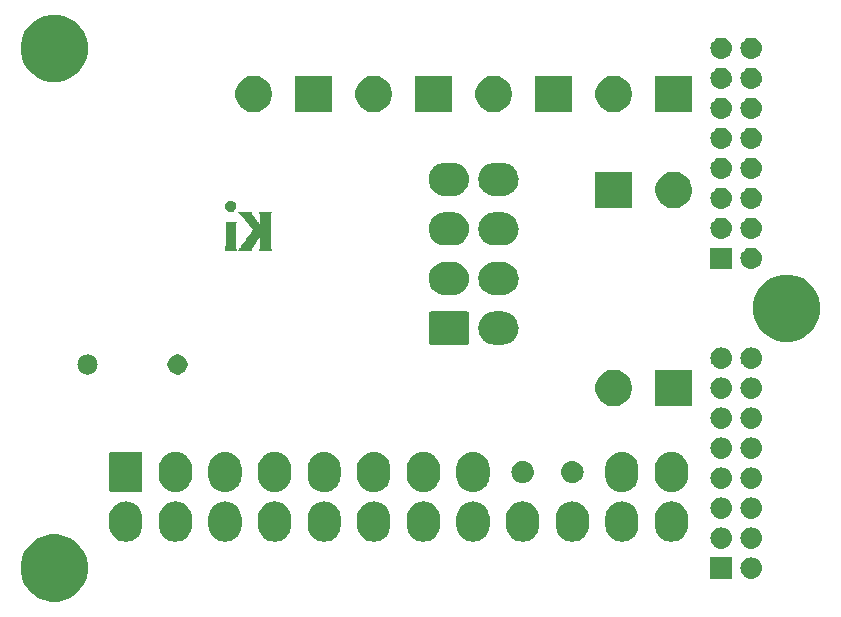
<source format=gbs>
G04 #@! TF.GenerationSoftware,KiCad,Pcbnew,(5.0.2)-1*
G04 #@! TF.CreationDate,2019-10-01T18:53:06+02:00*
G04 #@! TF.ProjectId,EleLab_v2_PowerFeed,456c654c-6162-45f7-9632-5f506f776572,rev?*
G04 #@! TF.SameCoordinates,Original*
G04 #@! TF.FileFunction,Soldermask,Bot*
G04 #@! TF.FilePolarity,Negative*
%FSLAX46Y46*%
G04 Gerber Fmt 4.6, Leading zero omitted, Abs format (unit mm)*
G04 Created by KiCad (PCBNEW (5.0.2)-1) date 01/10/2019 18:53:06*
%MOMM*%
%LPD*%
G01*
G04 APERTURE LIST*
%ADD10C,0.010000*%
%ADD11C,0.100000*%
G04 APERTURE END LIST*
D10*
G04 #@! TO.C,LO_2*
G36*
X149744059Y-95925960D02*
X149626455Y-95992395D01*
X149532977Y-96095045D01*
X149489188Y-96181124D01*
X149458578Y-96319614D01*
X149467679Y-96457591D01*
X149515027Y-96579084D01*
X149527412Y-96597850D01*
X149617851Y-96685408D01*
X149736729Y-96745553D01*
X149869667Y-96775418D01*
X150002287Y-96772134D01*
X150120210Y-96732832D01*
X150140994Y-96720244D01*
X150223263Y-96641394D01*
X150291086Y-96532770D01*
X150333253Y-96415295D01*
X150341600Y-96345799D01*
X150322326Y-96236575D01*
X150271810Y-96122110D01*
X150201018Y-96023158D01*
X150145358Y-95974295D01*
X150013139Y-95913876D01*
X149876163Y-95898776D01*
X149744059Y-95925960D01*
X149744059Y-95925960D01*
G37*
X149744059Y-95925960D02*
X149626455Y-95992395D01*
X149532977Y-96095045D01*
X149489188Y-96181124D01*
X149458578Y-96319614D01*
X149467679Y-96457591D01*
X149515027Y-96579084D01*
X149527412Y-96597850D01*
X149617851Y-96685408D01*
X149736729Y-96745553D01*
X149869667Y-96775418D01*
X150002287Y-96772134D01*
X150120210Y-96732832D01*
X150140994Y-96720244D01*
X150223263Y-96641394D01*
X150291086Y-96532770D01*
X150333253Y-96415295D01*
X150341600Y-96345799D01*
X150322326Y-96236575D01*
X150271810Y-96122110D01*
X150201018Y-96023158D01*
X150145358Y-95974295D01*
X150013139Y-95913876D01*
X149876163Y-95898776D01*
X149744059Y-95925960D01*
G36*
X149503400Y-98792045D02*
X149503179Y-99063528D01*
X149502417Y-99288618D01*
X149500974Y-99471721D01*
X149498706Y-99617240D01*
X149495469Y-99729583D01*
X149491122Y-99813155D01*
X149485520Y-99872359D01*
X149478522Y-99911603D01*
X149469984Y-99935292D01*
X149466108Y-99941395D01*
X149439822Y-99978943D01*
X149429109Y-100007085D01*
X149439290Y-100027174D01*
X149475688Y-100040563D01*
X149543624Y-100048605D01*
X149648422Y-100052653D01*
X149795402Y-100054060D01*
X149909800Y-100054200D01*
X150060082Y-100053515D01*
X150191273Y-100051608D01*
X150295573Y-100048702D01*
X150365181Y-100045017D01*
X150392295Y-100040776D01*
X150392400Y-100040488D01*
X150381845Y-100011454D01*
X150355274Y-99954509D01*
X150341600Y-99927200D01*
X150328734Y-99899760D01*
X150318241Y-99869394D01*
X150309880Y-99830920D01*
X150303409Y-99779155D01*
X150298589Y-99708918D01*
X150295178Y-99615027D01*
X150292935Y-99492301D01*
X150291619Y-99335559D01*
X150290990Y-99139617D01*
X150290805Y-98899296D01*
X150290800Y-98834750D01*
X150291053Y-98577269D01*
X150291929Y-98365749D01*
X150293604Y-98195351D01*
X150296252Y-98061238D01*
X150300050Y-97958571D01*
X150305173Y-97882513D01*
X150311797Y-97828226D01*
X150320097Y-97790872D01*
X150329553Y-97766938D01*
X150368305Y-97692000D01*
X149503400Y-97692000D01*
X149503400Y-98792045D01*
X149503400Y-98792045D01*
G37*
X149503400Y-98792045D02*
X149503179Y-99063528D01*
X149502417Y-99288618D01*
X149500974Y-99471721D01*
X149498706Y-99617240D01*
X149495469Y-99729583D01*
X149491122Y-99813155D01*
X149485520Y-99872359D01*
X149478522Y-99911603D01*
X149469984Y-99935292D01*
X149466108Y-99941395D01*
X149439822Y-99978943D01*
X149429109Y-100007085D01*
X149439290Y-100027174D01*
X149475688Y-100040563D01*
X149543624Y-100048605D01*
X149648422Y-100052653D01*
X149795402Y-100054060D01*
X149909800Y-100054200D01*
X150060082Y-100053515D01*
X150191273Y-100051608D01*
X150295573Y-100048702D01*
X150365181Y-100045017D01*
X150392295Y-100040776D01*
X150392400Y-100040488D01*
X150381845Y-100011454D01*
X150355274Y-99954509D01*
X150341600Y-99927200D01*
X150328734Y-99899760D01*
X150318241Y-99869394D01*
X150309880Y-99830920D01*
X150303409Y-99779155D01*
X150298589Y-99708918D01*
X150295178Y-99615027D01*
X150292935Y-99492301D01*
X150291619Y-99335559D01*
X150290990Y-99139617D01*
X150290805Y-98899296D01*
X150290800Y-98834750D01*
X150291053Y-98577269D01*
X150291929Y-98365749D01*
X150293604Y-98195351D01*
X150296252Y-98061238D01*
X150300050Y-97958571D01*
X150305173Y-97882513D01*
X150311797Y-97828226D01*
X150320097Y-97790872D01*
X150329553Y-97766938D01*
X150368305Y-97692000D01*
X149503400Y-97692000D01*
X149503400Y-98792045D01*
G36*
X151086253Y-96828400D02*
X150540941Y-96828400D01*
X150739721Y-97029787D01*
X151069429Y-97392691D01*
X151283849Y-97666815D01*
X151362297Y-97770400D01*
X151456856Y-97890529D01*
X151556950Y-98014202D01*
X151652002Y-98128419D01*
X151731434Y-98220181D01*
X151756532Y-98247760D01*
X151837964Y-98335212D01*
X151768006Y-98426356D01*
X151632564Y-98615604D01*
X151545022Y-98755050D01*
X151490152Y-98837286D01*
X151428876Y-98916612D01*
X151423727Y-98922607D01*
X151354778Y-99005581D01*
X151274253Y-99108137D01*
X151191058Y-99218288D01*
X151114098Y-99324047D01*
X151052281Y-99413425D01*
X151016624Y-99470547D01*
X150981543Y-99523596D01*
X150923014Y-99602062D01*
X150851180Y-99693252D01*
X150776185Y-99784472D01*
X150708172Y-99863032D01*
X150671800Y-99902020D01*
X150647911Y-99928081D01*
X150605637Y-99975406D01*
X150597523Y-99984570D01*
X150535945Y-100054200D01*
X151662400Y-100054200D01*
X151662400Y-99975923D01*
X151679163Y-99899395D01*
X151726393Y-99794149D01*
X151799507Y-99668239D01*
X151893919Y-99529716D01*
X151981458Y-99415533D01*
X152052732Y-99323313D01*
X152118053Y-99232269D01*
X152165223Y-99159535D01*
X152171329Y-99148833D01*
X152211371Y-99082434D01*
X152246658Y-99034284D01*
X152255301Y-99025500D01*
X152289862Y-98986816D01*
X152330085Y-98930250D01*
X152367774Y-98882093D01*
X152398285Y-98860487D01*
X152399586Y-98860400D01*
X152408462Y-98885091D01*
X152415582Y-98956381D01*
X152420736Y-99070092D01*
X152423717Y-99222044D01*
X152424400Y-99356961D01*
X152423716Y-99536263D01*
X152421305Y-99672270D01*
X152416625Y-99772475D01*
X152409137Y-99844369D01*
X152398302Y-99895443D01*
X152383579Y-99933188D01*
X152382756Y-99934811D01*
X152347283Y-99994491D01*
X152315777Y-100032618D01*
X152312906Y-100034761D01*
X152328403Y-100040323D01*
X152387753Y-100045262D01*
X152484014Y-100049312D01*
X152610241Y-100052207D01*
X152759489Y-100053682D01*
X152811206Y-100053811D01*
X153337711Y-100054200D01*
X153308032Y-99984350D01*
X153279859Y-99925758D01*
X153257776Y-99890370D01*
X153253943Y-99861142D01*
X153250343Y-99785781D01*
X153247041Y-99668951D01*
X153244104Y-99515317D01*
X153241601Y-99329546D01*
X153239596Y-99116302D01*
X153238158Y-98880251D01*
X153237353Y-98626059D01*
X153237201Y-98454290D01*
X153237259Y-98150311D01*
X153237530Y-97892912D01*
X153238154Y-97677874D01*
X153239274Y-97500978D01*
X153241031Y-97358004D01*
X153243567Y-97244733D01*
X153247024Y-97156945D01*
X153251543Y-97090421D01*
X153257267Y-97040941D01*
X153264338Y-97004286D01*
X153272896Y-96976237D01*
X153283084Y-96952574D01*
X153288001Y-96942699D01*
X153318756Y-96880869D01*
X153336810Y-96841660D01*
X153338801Y-96835729D01*
X153314665Y-96833507D01*
X153247312Y-96831556D01*
X153144328Y-96829984D01*
X153013294Y-96828901D01*
X152861795Y-96828415D01*
X152828083Y-96828400D01*
X152654940Y-96828664D01*
X152526371Y-96829831D01*
X152436154Y-96832464D01*
X152378063Y-96837123D01*
X152345876Y-96844372D01*
X152333368Y-96854772D01*
X152334314Y-96868885D01*
X152335836Y-96872850D01*
X152369195Y-96961673D01*
X152393261Y-97050181D01*
X152409420Y-97149141D01*
X152419058Y-97269321D01*
X152423560Y-97421488D01*
X152424400Y-97561088D01*
X152424401Y-97980904D01*
X152348201Y-97907900D01*
X152300587Y-97857557D01*
X152274006Y-97820278D01*
X152272000Y-97813483D01*
X152256863Y-97787550D01*
X152217372Y-97734128D01*
X152162412Y-97664145D01*
X152100868Y-97588529D01*
X152041623Y-97518209D01*
X151993561Y-97464114D01*
X151966761Y-97438000D01*
X151944439Y-97410734D01*
X151906064Y-97354630D01*
X151878198Y-97311000D01*
X151819995Y-97223298D01*
X151757049Y-97136698D01*
X151734701Y-97108362D01*
X151689987Y-97041736D01*
X151664592Y-96980643D01*
X151662400Y-96964390D01*
X151661878Y-96920677D01*
X151656209Y-96887502D01*
X151639238Y-96863412D01*
X151604811Y-96846955D01*
X151546774Y-96836677D01*
X151458972Y-96831127D01*
X151335250Y-96828851D01*
X151169455Y-96828396D01*
X151086253Y-96828400D01*
X151086253Y-96828400D01*
G37*
X151086253Y-96828400D02*
X150540941Y-96828400D01*
X150739721Y-97029787D01*
X151069429Y-97392691D01*
X151283849Y-97666815D01*
X151362297Y-97770400D01*
X151456856Y-97890529D01*
X151556950Y-98014202D01*
X151652002Y-98128419D01*
X151731434Y-98220181D01*
X151756532Y-98247760D01*
X151837964Y-98335212D01*
X151768006Y-98426356D01*
X151632564Y-98615604D01*
X151545022Y-98755050D01*
X151490152Y-98837286D01*
X151428876Y-98916612D01*
X151423727Y-98922607D01*
X151354778Y-99005581D01*
X151274253Y-99108137D01*
X151191058Y-99218288D01*
X151114098Y-99324047D01*
X151052281Y-99413425D01*
X151016624Y-99470547D01*
X150981543Y-99523596D01*
X150923014Y-99602062D01*
X150851180Y-99693252D01*
X150776185Y-99784472D01*
X150708172Y-99863032D01*
X150671800Y-99902020D01*
X150647911Y-99928081D01*
X150605637Y-99975406D01*
X150597523Y-99984570D01*
X150535945Y-100054200D01*
X151662400Y-100054200D01*
X151662400Y-99975923D01*
X151679163Y-99899395D01*
X151726393Y-99794149D01*
X151799507Y-99668239D01*
X151893919Y-99529716D01*
X151981458Y-99415533D01*
X152052732Y-99323313D01*
X152118053Y-99232269D01*
X152165223Y-99159535D01*
X152171329Y-99148833D01*
X152211371Y-99082434D01*
X152246658Y-99034284D01*
X152255301Y-99025500D01*
X152289862Y-98986816D01*
X152330085Y-98930250D01*
X152367774Y-98882093D01*
X152398285Y-98860487D01*
X152399586Y-98860400D01*
X152408462Y-98885091D01*
X152415582Y-98956381D01*
X152420736Y-99070092D01*
X152423717Y-99222044D01*
X152424400Y-99356961D01*
X152423716Y-99536263D01*
X152421305Y-99672270D01*
X152416625Y-99772475D01*
X152409137Y-99844369D01*
X152398302Y-99895443D01*
X152383579Y-99933188D01*
X152382756Y-99934811D01*
X152347283Y-99994491D01*
X152315777Y-100032618D01*
X152312906Y-100034761D01*
X152328403Y-100040323D01*
X152387753Y-100045262D01*
X152484014Y-100049312D01*
X152610241Y-100052207D01*
X152759489Y-100053682D01*
X152811206Y-100053811D01*
X153337711Y-100054200D01*
X153308032Y-99984350D01*
X153279859Y-99925758D01*
X153257776Y-99890370D01*
X153253943Y-99861142D01*
X153250343Y-99785781D01*
X153247041Y-99668951D01*
X153244104Y-99515317D01*
X153241601Y-99329546D01*
X153239596Y-99116302D01*
X153238158Y-98880251D01*
X153237353Y-98626059D01*
X153237201Y-98454290D01*
X153237259Y-98150311D01*
X153237530Y-97892912D01*
X153238154Y-97677874D01*
X153239274Y-97500978D01*
X153241031Y-97358004D01*
X153243567Y-97244733D01*
X153247024Y-97156945D01*
X153251543Y-97090421D01*
X153257267Y-97040941D01*
X153264338Y-97004286D01*
X153272896Y-96976237D01*
X153283084Y-96952574D01*
X153288001Y-96942699D01*
X153318756Y-96880869D01*
X153336810Y-96841660D01*
X153338801Y-96835729D01*
X153314665Y-96833507D01*
X153247312Y-96831556D01*
X153144328Y-96829984D01*
X153013294Y-96828901D01*
X152861795Y-96828415D01*
X152828083Y-96828400D01*
X152654940Y-96828664D01*
X152526371Y-96829831D01*
X152436154Y-96832464D01*
X152378063Y-96837123D01*
X152345876Y-96844372D01*
X152333368Y-96854772D01*
X152334314Y-96868885D01*
X152335836Y-96872850D01*
X152369195Y-96961673D01*
X152393261Y-97050181D01*
X152409420Y-97149141D01*
X152419058Y-97269321D01*
X152423560Y-97421488D01*
X152424400Y-97561088D01*
X152424401Y-97980904D01*
X152348201Y-97907900D01*
X152300587Y-97857557D01*
X152274006Y-97820278D01*
X152272000Y-97813483D01*
X152256863Y-97787550D01*
X152217372Y-97734128D01*
X152162412Y-97664145D01*
X152100868Y-97588529D01*
X152041623Y-97518209D01*
X151993561Y-97464114D01*
X151966761Y-97438000D01*
X151944439Y-97410734D01*
X151906064Y-97354630D01*
X151878198Y-97311000D01*
X151819995Y-97223298D01*
X151757049Y-97136698D01*
X151734701Y-97108362D01*
X151689987Y-97041736D01*
X151664592Y-96980643D01*
X151662400Y-96964390D01*
X151661878Y-96920677D01*
X151656209Y-96887502D01*
X151639238Y-96863412D01*
X151604811Y-96846955D01*
X151546774Y-96836677D01*
X151458972Y-96831127D01*
X151335250Y-96828851D01*
X151169455Y-96828396D01*
X151086253Y-96828400D01*
D11*
G36*
X135831312Y-124259523D02*
X136349982Y-124474363D01*
X136816772Y-124786262D01*
X137213738Y-125183228D01*
X137525637Y-125650018D01*
X137740477Y-126168688D01*
X137850000Y-126719298D01*
X137850000Y-127280702D01*
X137740477Y-127831312D01*
X137525637Y-128349982D01*
X137213738Y-128816772D01*
X136816772Y-129213738D01*
X136349982Y-129525637D01*
X135831312Y-129740477D01*
X135280702Y-129850000D01*
X134719298Y-129850000D01*
X134168688Y-129740477D01*
X133650018Y-129525637D01*
X133183228Y-129213738D01*
X132786262Y-128816772D01*
X132474363Y-128349982D01*
X132259523Y-127831312D01*
X132150000Y-127280702D01*
X132150000Y-126719298D01*
X132259523Y-126168688D01*
X132474363Y-125650018D01*
X132786262Y-125183228D01*
X133183228Y-124786262D01*
X133650018Y-124474363D01*
X134168688Y-124259523D01*
X134719298Y-124150000D01*
X135280702Y-124150000D01*
X135831312Y-124259523D01*
X135831312Y-124259523D01*
G37*
G36*
X194110443Y-126105519D02*
X194176627Y-126112037D01*
X194289853Y-126146384D01*
X194346467Y-126163557D01*
X194485087Y-126237652D01*
X194502991Y-126247222D01*
X194538729Y-126276552D01*
X194640186Y-126359814D01*
X194723448Y-126461271D01*
X194752778Y-126497009D01*
X194752779Y-126497011D01*
X194836443Y-126653533D01*
X194836443Y-126653534D01*
X194887963Y-126823373D01*
X194905359Y-127000000D01*
X194887963Y-127176627D01*
X194856393Y-127280701D01*
X194836443Y-127346467D01*
X194762348Y-127485087D01*
X194752778Y-127502991D01*
X194723448Y-127538729D01*
X194640186Y-127640186D01*
X194538729Y-127723448D01*
X194502991Y-127752778D01*
X194502989Y-127752779D01*
X194346467Y-127836443D01*
X194289853Y-127853616D01*
X194176627Y-127887963D01*
X194110442Y-127894482D01*
X194044260Y-127901000D01*
X193955740Y-127901000D01*
X193889558Y-127894482D01*
X193823373Y-127887963D01*
X193710147Y-127853616D01*
X193653533Y-127836443D01*
X193497011Y-127752779D01*
X193497009Y-127752778D01*
X193461271Y-127723448D01*
X193359814Y-127640186D01*
X193276552Y-127538729D01*
X193247222Y-127502991D01*
X193237652Y-127485087D01*
X193163557Y-127346467D01*
X193143607Y-127280701D01*
X193112037Y-127176627D01*
X193094641Y-127000000D01*
X193112037Y-126823373D01*
X193163557Y-126653534D01*
X193163557Y-126653533D01*
X193247221Y-126497011D01*
X193247222Y-126497009D01*
X193276552Y-126461271D01*
X193359814Y-126359814D01*
X193461271Y-126276552D01*
X193497009Y-126247222D01*
X193514913Y-126237652D01*
X193653533Y-126163557D01*
X193710147Y-126146384D01*
X193823373Y-126112037D01*
X193889557Y-126105519D01*
X193955740Y-126099000D01*
X194044260Y-126099000D01*
X194110443Y-126105519D01*
X194110443Y-126105519D01*
G37*
G36*
X192361000Y-127901000D02*
X190559000Y-127901000D01*
X190559000Y-126099000D01*
X192361000Y-126099000D01*
X192361000Y-127901000D01*
X192361000Y-127901000D01*
G37*
G36*
X194110442Y-123565518D02*
X194176627Y-123572037D01*
X194289853Y-123606384D01*
X194346467Y-123623557D01*
X194485087Y-123697652D01*
X194502991Y-123707222D01*
X194538729Y-123736552D01*
X194640186Y-123819814D01*
X194714800Y-123910733D01*
X194752778Y-123957009D01*
X194752779Y-123957011D01*
X194836443Y-124113533D01*
X194836443Y-124113534D01*
X194887963Y-124283373D01*
X194905359Y-124460000D01*
X194887963Y-124636627D01*
X194853616Y-124749853D01*
X194836443Y-124806467D01*
X194762348Y-124945087D01*
X194752778Y-124962991D01*
X194723448Y-124998729D01*
X194640186Y-125100186D01*
X194538998Y-125183228D01*
X194502991Y-125212778D01*
X194502989Y-125212779D01*
X194346467Y-125296443D01*
X194289853Y-125313616D01*
X194176627Y-125347963D01*
X194110442Y-125354482D01*
X194044260Y-125361000D01*
X193955740Y-125361000D01*
X193889558Y-125354482D01*
X193823373Y-125347963D01*
X193710147Y-125313616D01*
X193653533Y-125296443D01*
X193497011Y-125212779D01*
X193497009Y-125212778D01*
X193461002Y-125183228D01*
X193359814Y-125100186D01*
X193276552Y-124998729D01*
X193247222Y-124962991D01*
X193237652Y-124945087D01*
X193163557Y-124806467D01*
X193146384Y-124749853D01*
X193112037Y-124636627D01*
X193094641Y-124460000D01*
X193112037Y-124283373D01*
X193163557Y-124113534D01*
X193163557Y-124113533D01*
X193247221Y-123957011D01*
X193247222Y-123957009D01*
X193285200Y-123910733D01*
X193359814Y-123819814D01*
X193461271Y-123736552D01*
X193497009Y-123707222D01*
X193514913Y-123697652D01*
X193653533Y-123623557D01*
X193710147Y-123606384D01*
X193823373Y-123572037D01*
X193889558Y-123565518D01*
X193955740Y-123559000D01*
X194044260Y-123559000D01*
X194110442Y-123565518D01*
X194110442Y-123565518D01*
G37*
G36*
X191570442Y-123565518D02*
X191636627Y-123572037D01*
X191749853Y-123606384D01*
X191806467Y-123623557D01*
X191945087Y-123697652D01*
X191962991Y-123707222D01*
X191998729Y-123736552D01*
X192100186Y-123819814D01*
X192174800Y-123910733D01*
X192212778Y-123957009D01*
X192212779Y-123957011D01*
X192296443Y-124113533D01*
X192296443Y-124113534D01*
X192347963Y-124283373D01*
X192365359Y-124460000D01*
X192347963Y-124636627D01*
X192313616Y-124749853D01*
X192296443Y-124806467D01*
X192222348Y-124945087D01*
X192212778Y-124962991D01*
X192183448Y-124998729D01*
X192100186Y-125100186D01*
X191998998Y-125183228D01*
X191962991Y-125212778D01*
X191962989Y-125212779D01*
X191806467Y-125296443D01*
X191749853Y-125313616D01*
X191636627Y-125347963D01*
X191570442Y-125354482D01*
X191504260Y-125361000D01*
X191415740Y-125361000D01*
X191349558Y-125354482D01*
X191283373Y-125347963D01*
X191170147Y-125313616D01*
X191113533Y-125296443D01*
X190957011Y-125212779D01*
X190957009Y-125212778D01*
X190921002Y-125183228D01*
X190819814Y-125100186D01*
X190736552Y-124998729D01*
X190707222Y-124962991D01*
X190697652Y-124945087D01*
X190623557Y-124806467D01*
X190606384Y-124749853D01*
X190572037Y-124636627D01*
X190554641Y-124460000D01*
X190572037Y-124283373D01*
X190623557Y-124113534D01*
X190623557Y-124113533D01*
X190707221Y-123957011D01*
X190707222Y-123957009D01*
X190745200Y-123910733D01*
X190819814Y-123819814D01*
X190921271Y-123736552D01*
X190957009Y-123707222D01*
X190974913Y-123697652D01*
X191113533Y-123623557D01*
X191170147Y-123606384D01*
X191283373Y-123572037D01*
X191349558Y-123565518D01*
X191415740Y-123559000D01*
X191504260Y-123559000D01*
X191570442Y-123565518D01*
X191570442Y-123565518D01*
G37*
G36*
X158126643Y-121391272D02*
X158302702Y-121444679D01*
X158390733Y-121471383D01*
X158471861Y-121514747D01*
X158634119Y-121601475D01*
X158715877Y-121668573D01*
X158847450Y-121776550D01*
X158958123Y-121911407D01*
X159022525Y-121989880D01*
X159079581Y-122096625D01*
X159152617Y-122233266D01*
X159162688Y-122266466D01*
X159232728Y-122497356D01*
X159232728Y-122497358D01*
X159250006Y-122672778D01*
X159253000Y-122703182D01*
X159253000Y-123440817D01*
X159232728Y-123646643D01*
X159180197Y-123819814D01*
X159152617Y-123910734D01*
X159127882Y-123957009D01*
X159022525Y-124154120D01*
X158939521Y-124255259D01*
X158847450Y-124367450D01*
X158735259Y-124459521D01*
X158634120Y-124542525D01*
X158471862Y-124629253D01*
X158390734Y-124672617D01*
X158302703Y-124699321D01*
X158126644Y-124752728D01*
X157852000Y-124779778D01*
X157577357Y-124752728D01*
X157401298Y-124699321D01*
X157313267Y-124672617D01*
X157232139Y-124629253D01*
X157069881Y-124542525D01*
X156986826Y-124474363D01*
X156856550Y-124367450D01*
X156745877Y-124232593D01*
X156681475Y-124154120D01*
X156576118Y-123957009D01*
X156551383Y-123910734D01*
X156523803Y-123819814D01*
X156471272Y-123646644D01*
X156451000Y-123440818D01*
X156451000Y-122703183D01*
X156453995Y-122672779D01*
X156471272Y-122497359D01*
X156471272Y-122497357D01*
X156551383Y-122233268D01*
X156551383Y-122233267D01*
X156624420Y-122096625D01*
X156681475Y-121989881D01*
X156748573Y-121908123D01*
X156856550Y-121776550D01*
X156991407Y-121665877D01*
X157069880Y-121601475D01*
X157232138Y-121514747D01*
X157313266Y-121471383D01*
X157401297Y-121444679D01*
X157577356Y-121391272D01*
X157852000Y-121364222D01*
X158126643Y-121391272D01*
X158126643Y-121391272D01*
G37*
G36*
X141326643Y-121391272D02*
X141502702Y-121444679D01*
X141590733Y-121471383D01*
X141671861Y-121514747D01*
X141834119Y-121601475D01*
X141915877Y-121668573D01*
X142047450Y-121776550D01*
X142158123Y-121911407D01*
X142222525Y-121989880D01*
X142279581Y-122096625D01*
X142352617Y-122233266D01*
X142362688Y-122266466D01*
X142432728Y-122497356D01*
X142432728Y-122497358D01*
X142450006Y-122672778D01*
X142453000Y-122703182D01*
X142453000Y-123440817D01*
X142432728Y-123646643D01*
X142380197Y-123819814D01*
X142352617Y-123910734D01*
X142327882Y-123957009D01*
X142222525Y-124154120D01*
X142139521Y-124255259D01*
X142047450Y-124367450D01*
X141935259Y-124459521D01*
X141834120Y-124542525D01*
X141671862Y-124629253D01*
X141590734Y-124672617D01*
X141502703Y-124699321D01*
X141326644Y-124752728D01*
X141052000Y-124779778D01*
X140777357Y-124752728D01*
X140601298Y-124699321D01*
X140513267Y-124672617D01*
X140432139Y-124629253D01*
X140269881Y-124542525D01*
X140186826Y-124474363D01*
X140056550Y-124367450D01*
X139945877Y-124232593D01*
X139881475Y-124154120D01*
X139776118Y-123957009D01*
X139751383Y-123910734D01*
X139723803Y-123819814D01*
X139671272Y-123646644D01*
X139651000Y-123440818D01*
X139651000Y-122703183D01*
X139653995Y-122672779D01*
X139671272Y-122497359D01*
X139671272Y-122497357D01*
X139751383Y-122233268D01*
X139751383Y-122233267D01*
X139824420Y-122096625D01*
X139881475Y-121989881D01*
X139948573Y-121908123D01*
X140056550Y-121776550D01*
X140191407Y-121665877D01*
X140269880Y-121601475D01*
X140432138Y-121514747D01*
X140513266Y-121471383D01*
X140601297Y-121444679D01*
X140777356Y-121391272D01*
X141052000Y-121364222D01*
X141326643Y-121391272D01*
X141326643Y-121391272D01*
G37*
G36*
X149726643Y-121391272D02*
X149902702Y-121444679D01*
X149990733Y-121471383D01*
X150071861Y-121514747D01*
X150234119Y-121601475D01*
X150315877Y-121668573D01*
X150447450Y-121776550D01*
X150558123Y-121911407D01*
X150622525Y-121989880D01*
X150679581Y-122096625D01*
X150752617Y-122233266D01*
X150762688Y-122266466D01*
X150832728Y-122497356D01*
X150832728Y-122497358D01*
X150850006Y-122672778D01*
X150853000Y-122703182D01*
X150853000Y-123440817D01*
X150832728Y-123646643D01*
X150780197Y-123819814D01*
X150752617Y-123910734D01*
X150727882Y-123957009D01*
X150622525Y-124154120D01*
X150539521Y-124255259D01*
X150447450Y-124367450D01*
X150335259Y-124459521D01*
X150234120Y-124542525D01*
X150071862Y-124629253D01*
X149990734Y-124672617D01*
X149902703Y-124699321D01*
X149726644Y-124752728D01*
X149452000Y-124779778D01*
X149177357Y-124752728D01*
X149001298Y-124699321D01*
X148913267Y-124672617D01*
X148832139Y-124629253D01*
X148669881Y-124542525D01*
X148586826Y-124474363D01*
X148456550Y-124367450D01*
X148345877Y-124232593D01*
X148281475Y-124154120D01*
X148176118Y-123957009D01*
X148151383Y-123910734D01*
X148123803Y-123819814D01*
X148071272Y-123646644D01*
X148051000Y-123440818D01*
X148051000Y-122703183D01*
X148053995Y-122672779D01*
X148071272Y-122497359D01*
X148071272Y-122497357D01*
X148151383Y-122233268D01*
X148151383Y-122233267D01*
X148224420Y-122096625D01*
X148281475Y-121989881D01*
X148348573Y-121908123D01*
X148456550Y-121776550D01*
X148591407Y-121665877D01*
X148669880Y-121601475D01*
X148832138Y-121514747D01*
X148913266Y-121471383D01*
X149001297Y-121444679D01*
X149177356Y-121391272D01*
X149452000Y-121364222D01*
X149726643Y-121391272D01*
X149726643Y-121391272D01*
G37*
G36*
X153926643Y-121391272D02*
X154102702Y-121444679D01*
X154190733Y-121471383D01*
X154271861Y-121514747D01*
X154434119Y-121601475D01*
X154515877Y-121668573D01*
X154647450Y-121776550D01*
X154758123Y-121911407D01*
X154822525Y-121989880D01*
X154879581Y-122096625D01*
X154952617Y-122233266D01*
X154962688Y-122266466D01*
X155032728Y-122497356D01*
X155032728Y-122497358D01*
X155050006Y-122672778D01*
X155053000Y-122703182D01*
X155053000Y-123440817D01*
X155032728Y-123646643D01*
X154980197Y-123819814D01*
X154952617Y-123910734D01*
X154927882Y-123957009D01*
X154822525Y-124154120D01*
X154739521Y-124255259D01*
X154647450Y-124367450D01*
X154535259Y-124459521D01*
X154434120Y-124542525D01*
X154271862Y-124629253D01*
X154190734Y-124672617D01*
X154102703Y-124699321D01*
X153926644Y-124752728D01*
X153652000Y-124779778D01*
X153377357Y-124752728D01*
X153201298Y-124699321D01*
X153113267Y-124672617D01*
X153032139Y-124629253D01*
X152869881Y-124542525D01*
X152786826Y-124474363D01*
X152656550Y-124367450D01*
X152545877Y-124232593D01*
X152481475Y-124154120D01*
X152376118Y-123957009D01*
X152351383Y-123910734D01*
X152323803Y-123819814D01*
X152271272Y-123646644D01*
X152251000Y-123440818D01*
X152251000Y-122703183D01*
X152253995Y-122672779D01*
X152271272Y-122497359D01*
X152271272Y-122497357D01*
X152351383Y-122233268D01*
X152351383Y-122233267D01*
X152424420Y-122096625D01*
X152481475Y-121989881D01*
X152548573Y-121908123D01*
X152656550Y-121776550D01*
X152791407Y-121665877D01*
X152869880Y-121601475D01*
X153032138Y-121514747D01*
X153113266Y-121471383D01*
X153201297Y-121444679D01*
X153377356Y-121391272D01*
X153652000Y-121364222D01*
X153926643Y-121391272D01*
X153926643Y-121391272D01*
G37*
G36*
X162326643Y-121391272D02*
X162502702Y-121444679D01*
X162590733Y-121471383D01*
X162671861Y-121514747D01*
X162834119Y-121601475D01*
X162915877Y-121668573D01*
X163047450Y-121776550D01*
X163158123Y-121911407D01*
X163222525Y-121989880D01*
X163279581Y-122096625D01*
X163352617Y-122233266D01*
X163362688Y-122266466D01*
X163432728Y-122497356D01*
X163432728Y-122497358D01*
X163450006Y-122672778D01*
X163453000Y-122703182D01*
X163453000Y-123440817D01*
X163432728Y-123646643D01*
X163380197Y-123819814D01*
X163352617Y-123910734D01*
X163327882Y-123957009D01*
X163222525Y-124154120D01*
X163139521Y-124255259D01*
X163047450Y-124367450D01*
X162935259Y-124459521D01*
X162834120Y-124542525D01*
X162671862Y-124629253D01*
X162590734Y-124672617D01*
X162502703Y-124699321D01*
X162326644Y-124752728D01*
X162052000Y-124779778D01*
X161777357Y-124752728D01*
X161601298Y-124699321D01*
X161513267Y-124672617D01*
X161432139Y-124629253D01*
X161269881Y-124542525D01*
X161186826Y-124474363D01*
X161056550Y-124367450D01*
X160945877Y-124232593D01*
X160881475Y-124154120D01*
X160776118Y-123957009D01*
X160751383Y-123910734D01*
X160723803Y-123819814D01*
X160671272Y-123646644D01*
X160651000Y-123440818D01*
X160651000Y-122703183D01*
X160653995Y-122672779D01*
X160671272Y-122497359D01*
X160671272Y-122497357D01*
X160751383Y-122233268D01*
X160751383Y-122233267D01*
X160824420Y-122096625D01*
X160881475Y-121989881D01*
X160948573Y-121908123D01*
X161056550Y-121776550D01*
X161191407Y-121665877D01*
X161269880Y-121601475D01*
X161432138Y-121514747D01*
X161513266Y-121471383D01*
X161601297Y-121444679D01*
X161777356Y-121391272D01*
X162052000Y-121364222D01*
X162326643Y-121391272D01*
X162326643Y-121391272D01*
G37*
G36*
X166526643Y-121391272D02*
X166702702Y-121444679D01*
X166790733Y-121471383D01*
X166871861Y-121514747D01*
X167034119Y-121601475D01*
X167115877Y-121668573D01*
X167247450Y-121776550D01*
X167358123Y-121911407D01*
X167422525Y-121989880D01*
X167479581Y-122096625D01*
X167552617Y-122233266D01*
X167562688Y-122266466D01*
X167632728Y-122497356D01*
X167632728Y-122497358D01*
X167650006Y-122672778D01*
X167653000Y-122703182D01*
X167653000Y-123440817D01*
X167632728Y-123646643D01*
X167580197Y-123819814D01*
X167552617Y-123910734D01*
X167527882Y-123957009D01*
X167422525Y-124154120D01*
X167339521Y-124255259D01*
X167247450Y-124367450D01*
X167135259Y-124459521D01*
X167034120Y-124542525D01*
X166871862Y-124629253D01*
X166790734Y-124672617D01*
X166702703Y-124699321D01*
X166526644Y-124752728D01*
X166252000Y-124779778D01*
X165977357Y-124752728D01*
X165801298Y-124699321D01*
X165713267Y-124672617D01*
X165632139Y-124629253D01*
X165469881Y-124542525D01*
X165386826Y-124474363D01*
X165256550Y-124367450D01*
X165145877Y-124232593D01*
X165081475Y-124154120D01*
X164976118Y-123957009D01*
X164951383Y-123910734D01*
X164923803Y-123819814D01*
X164871272Y-123646644D01*
X164851000Y-123440818D01*
X164851000Y-122703183D01*
X164853995Y-122672779D01*
X164871272Y-122497359D01*
X164871272Y-122497357D01*
X164951383Y-122233268D01*
X164951383Y-122233267D01*
X165024420Y-122096625D01*
X165081475Y-121989881D01*
X165148573Y-121908123D01*
X165256550Y-121776550D01*
X165391407Y-121665877D01*
X165469880Y-121601475D01*
X165632138Y-121514747D01*
X165713266Y-121471383D01*
X165801297Y-121444679D01*
X165977356Y-121391272D01*
X166252000Y-121364222D01*
X166526643Y-121391272D01*
X166526643Y-121391272D01*
G37*
G36*
X170726643Y-121391272D02*
X170902702Y-121444679D01*
X170990733Y-121471383D01*
X171071861Y-121514747D01*
X171234119Y-121601475D01*
X171315877Y-121668573D01*
X171447450Y-121776550D01*
X171558123Y-121911407D01*
X171622525Y-121989880D01*
X171679581Y-122096625D01*
X171752617Y-122233266D01*
X171762688Y-122266466D01*
X171832728Y-122497356D01*
X171832728Y-122497358D01*
X171850006Y-122672778D01*
X171853000Y-122703182D01*
X171853000Y-123440817D01*
X171832728Y-123646643D01*
X171780197Y-123819814D01*
X171752617Y-123910734D01*
X171727882Y-123957009D01*
X171622525Y-124154120D01*
X171539521Y-124255259D01*
X171447450Y-124367450D01*
X171335259Y-124459521D01*
X171234120Y-124542525D01*
X171071862Y-124629253D01*
X170990734Y-124672617D01*
X170902703Y-124699321D01*
X170726644Y-124752728D01*
X170452000Y-124779778D01*
X170177357Y-124752728D01*
X170001298Y-124699321D01*
X169913267Y-124672617D01*
X169832139Y-124629253D01*
X169669881Y-124542525D01*
X169586826Y-124474363D01*
X169456550Y-124367450D01*
X169345877Y-124232593D01*
X169281475Y-124154120D01*
X169176118Y-123957009D01*
X169151383Y-123910734D01*
X169123803Y-123819814D01*
X169071272Y-123646644D01*
X169051000Y-123440818D01*
X169051000Y-122703183D01*
X169053995Y-122672779D01*
X169071272Y-122497359D01*
X169071272Y-122497357D01*
X169151383Y-122233268D01*
X169151383Y-122233267D01*
X169224420Y-122096625D01*
X169281475Y-121989881D01*
X169348573Y-121908123D01*
X169456550Y-121776550D01*
X169591407Y-121665877D01*
X169669880Y-121601475D01*
X169832138Y-121514747D01*
X169913266Y-121471383D01*
X170001297Y-121444679D01*
X170177356Y-121391272D01*
X170452000Y-121364222D01*
X170726643Y-121391272D01*
X170726643Y-121391272D01*
G37*
G36*
X145526643Y-121391272D02*
X145702702Y-121444679D01*
X145790733Y-121471383D01*
X145871861Y-121514747D01*
X146034119Y-121601475D01*
X146115877Y-121668573D01*
X146247450Y-121776550D01*
X146358123Y-121911407D01*
X146422525Y-121989880D01*
X146479581Y-122096625D01*
X146552617Y-122233266D01*
X146562688Y-122266466D01*
X146632728Y-122497356D01*
X146632728Y-122497358D01*
X146650006Y-122672778D01*
X146653000Y-122703182D01*
X146653000Y-123440817D01*
X146632728Y-123646643D01*
X146580197Y-123819814D01*
X146552617Y-123910734D01*
X146527882Y-123957009D01*
X146422525Y-124154120D01*
X146339521Y-124255259D01*
X146247450Y-124367450D01*
X146135259Y-124459521D01*
X146034120Y-124542525D01*
X145871862Y-124629253D01*
X145790734Y-124672617D01*
X145702703Y-124699321D01*
X145526644Y-124752728D01*
X145252000Y-124779778D01*
X144977357Y-124752728D01*
X144801298Y-124699321D01*
X144713267Y-124672617D01*
X144632139Y-124629253D01*
X144469881Y-124542525D01*
X144386826Y-124474363D01*
X144256550Y-124367450D01*
X144145877Y-124232593D01*
X144081475Y-124154120D01*
X143976118Y-123957009D01*
X143951383Y-123910734D01*
X143923803Y-123819814D01*
X143871272Y-123646644D01*
X143851000Y-123440818D01*
X143851000Y-122703183D01*
X143853995Y-122672779D01*
X143871272Y-122497359D01*
X143871272Y-122497357D01*
X143951383Y-122233268D01*
X143951383Y-122233267D01*
X144024420Y-122096625D01*
X144081475Y-121989881D01*
X144148573Y-121908123D01*
X144256550Y-121776550D01*
X144391407Y-121665877D01*
X144469880Y-121601475D01*
X144632138Y-121514747D01*
X144713266Y-121471383D01*
X144801297Y-121444679D01*
X144977356Y-121391272D01*
X145252000Y-121364222D01*
X145526643Y-121391272D01*
X145526643Y-121391272D01*
G37*
G36*
X179126643Y-121391272D02*
X179302702Y-121444679D01*
X179390733Y-121471383D01*
X179471861Y-121514747D01*
X179634119Y-121601475D01*
X179715877Y-121668573D01*
X179847450Y-121776550D01*
X179958123Y-121911407D01*
X180022525Y-121989880D01*
X180079581Y-122096625D01*
X180152617Y-122233266D01*
X180162688Y-122266466D01*
X180232728Y-122497356D01*
X180232728Y-122497358D01*
X180250006Y-122672778D01*
X180253000Y-122703182D01*
X180253000Y-123440817D01*
X180232728Y-123646643D01*
X180180197Y-123819814D01*
X180152617Y-123910734D01*
X180127882Y-123957009D01*
X180022525Y-124154120D01*
X179939521Y-124255259D01*
X179847450Y-124367450D01*
X179735259Y-124459521D01*
X179634120Y-124542525D01*
X179471862Y-124629253D01*
X179390734Y-124672617D01*
X179302703Y-124699321D01*
X179126644Y-124752728D01*
X178852000Y-124779778D01*
X178577357Y-124752728D01*
X178401298Y-124699321D01*
X178313267Y-124672617D01*
X178232139Y-124629253D01*
X178069881Y-124542525D01*
X177986826Y-124474363D01*
X177856550Y-124367450D01*
X177745877Y-124232593D01*
X177681475Y-124154120D01*
X177576118Y-123957009D01*
X177551383Y-123910734D01*
X177523803Y-123819814D01*
X177471272Y-123646644D01*
X177451000Y-123440818D01*
X177451000Y-122703183D01*
X177453995Y-122672779D01*
X177471272Y-122497359D01*
X177471272Y-122497357D01*
X177551383Y-122233268D01*
X177551383Y-122233267D01*
X177624420Y-122096625D01*
X177681475Y-121989881D01*
X177748573Y-121908123D01*
X177856550Y-121776550D01*
X177991407Y-121665877D01*
X178069880Y-121601475D01*
X178232138Y-121514747D01*
X178313266Y-121471383D01*
X178401297Y-121444679D01*
X178577356Y-121391272D01*
X178852000Y-121364222D01*
X179126643Y-121391272D01*
X179126643Y-121391272D01*
G37*
G36*
X183326643Y-121391272D02*
X183502702Y-121444679D01*
X183590733Y-121471383D01*
X183671861Y-121514747D01*
X183834119Y-121601475D01*
X183915877Y-121668573D01*
X184047450Y-121776550D01*
X184158123Y-121911407D01*
X184222525Y-121989880D01*
X184279581Y-122096625D01*
X184352617Y-122233266D01*
X184362688Y-122266466D01*
X184432728Y-122497356D01*
X184432728Y-122497358D01*
X184450006Y-122672778D01*
X184453000Y-122703182D01*
X184453000Y-123440817D01*
X184432728Y-123646643D01*
X184380197Y-123819814D01*
X184352617Y-123910734D01*
X184327882Y-123957009D01*
X184222525Y-124154120D01*
X184139521Y-124255259D01*
X184047450Y-124367450D01*
X183935259Y-124459521D01*
X183834120Y-124542525D01*
X183671862Y-124629253D01*
X183590734Y-124672617D01*
X183502703Y-124699321D01*
X183326644Y-124752728D01*
X183052000Y-124779778D01*
X182777357Y-124752728D01*
X182601298Y-124699321D01*
X182513267Y-124672617D01*
X182432139Y-124629253D01*
X182269881Y-124542525D01*
X182186826Y-124474363D01*
X182056550Y-124367450D01*
X181945877Y-124232593D01*
X181881475Y-124154120D01*
X181776118Y-123957009D01*
X181751383Y-123910734D01*
X181723803Y-123819814D01*
X181671272Y-123646644D01*
X181651000Y-123440818D01*
X181651000Y-122703183D01*
X181653995Y-122672779D01*
X181671272Y-122497359D01*
X181671272Y-122497357D01*
X181751383Y-122233268D01*
X181751383Y-122233267D01*
X181824420Y-122096625D01*
X181881475Y-121989881D01*
X181948573Y-121908123D01*
X182056550Y-121776550D01*
X182191407Y-121665877D01*
X182269880Y-121601475D01*
X182432138Y-121514747D01*
X182513266Y-121471383D01*
X182601297Y-121444679D01*
X182777356Y-121391272D01*
X183052000Y-121364222D01*
X183326643Y-121391272D01*
X183326643Y-121391272D01*
G37*
G36*
X187526643Y-121391272D02*
X187702702Y-121444679D01*
X187790733Y-121471383D01*
X187871861Y-121514747D01*
X188034119Y-121601475D01*
X188115877Y-121668573D01*
X188247450Y-121776550D01*
X188358123Y-121911407D01*
X188422525Y-121989880D01*
X188479581Y-122096625D01*
X188552617Y-122233266D01*
X188562688Y-122266466D01*
X188632728Y-122497356D01*
X188632728Y-122497358D01*
X188650006Y-122672778D01*
X188653000Y-122703182D01*
X188653000Y-123440817D01*
X188632728Y-123646643D01*
X188580197Y-123819814D01*
X188552617Y-123910734D01*
X188527882Y-123957009D01*
X188422525Y-124154120D01*
X188339521Y-124255259D01*
X188247450Y-124367450D01*
X188135259Y-124459521D01*
X188034120Y-124542525D01*
X187871862Y-124629253D01*
X187790734Y-124672617D01*
X187702703Y-124699321D01*
X187526644Y-124752728D01*
X187252000Y-124779778D01*
X186977357Y-124752728D01*
X186801298Y-124699321D01*
X186713267Y-124672617D01*
X186632139Y-124629253D01*
X186469881Y-124542525D01*
X186386826Y-124474363D01*
X186256550Y-124367450D01*
X186145877Y-124232593D01*
X186081475Y-124154120D01*
X185976118Y-123957009D01*
X185951383Y-123910734D01*
X185923803Y-123819814D01*
X185871272Y-123646644D01*
X185851000Y-123440818D01*
X185851000Y-122703183D01*
X185853995Y-122672779D01*
X185871272Y-122497359D01*
X185871272Y-122497357D01*
X185951383Y-122233268D01*
X185951383Y-122233267D01*
X186024420Y-122096625D01*
X186081475Y-121989881D01*
X186148573Y-121908123D01*
X186256550Y-121776550D01*
X186391407Y-121665877D01*
X186469880Y-121601475D01*
X186632138Y-121514747D01*
X186713266Y-121471383D01*
X186801297Y-121444679D01*
X186977356Y-121391272D01*
X187252000Y-121364222D01*
X187526643Y-121391272D01*
X187526643Y-121391272D01*
G37*
G36*
X174926643Y-121391272D02*
X175102702Y-121444679D01*
X175190733Y-121471383D01*
X175271861Y-121514747D01*
X175434119Y-121601475D01*
X175515877Y-121668573D01*
X175647450Y-121776550D01*
X175758123Y-121911407D01*
X175822525Y-121989880D01*
X175879581Y-122096625D01*
X175952617Y-122233266D01*
X175962688Y-122266466D01*
X176032728Y-122497356D01*
X176032728Y-122497358D01*
X176050006Y-122672778D01*
X176053000Y-122703182D01*
X176053000Y-123440817D01*
X176032728Y-123646643D01*
X175980197Y-123819814D01*
X175952617Y-123910734D01*
X175927882Y-123957009D01*
X175822525Y-124154120D01*
X175739521Y-124255259D01*
X175647450Y-124367450D01*
X175535259Y-124459521D01*
X175434120Y-124542525D01*
X175271862Y-124629253D01*
X175190734Y-124672617D01*
X175102703Y-124699321D01*
X174926644Y-124752728D01*
X174652000Y-124779778D01*
X174377357Y-124752728D01*
X174201298Y-124699321D01*
X174113267Y-124672617D01*
X174032139Y-124629253D01*
X173869881Y-124542525D01*
X173786826Y-124474363D01*
X173656550Y-124367450D01*
X173545877Y-124232593D01*
X173481475Y-124154120D01*
X173376118Y-123957009D01*
X173351383Y-123910734D01*
X173323803Y-123819814D01*
X173271272Y-123646644D01*
X173251000Y-123440818D01*
X173251000Y-122703183D01*
X173253995Y-122672779D01*
X173271272Y-122497359D01*
X173271272Y-122497357D01*
X173351383Y-122233268D01*
X173351383Y-122233267D01*
X173424420Y-122096625D01*
X173481475Y-121989881D01*
X173548573Y-121908123D01*
X173656550Y-121776550D01*
X173791407Y-121665877D01*
X173869880Y-121601475D01*
X174032138Y-121514747D01*
X174113266Y-121471383D01*
X174201297Y-121444679D01*
X174377356Y-121391272D01*
X174652000Y-121364222D01*
X174926643Y-121391272D01*
X174926643Y-121391272D01*
G37*
G36*
X194110442Y-121025518D02*
X194176627Y-121032037D01*
X194289853Y-121066384D01*
X194346467Y-121083557D01*
X194485087Y-121157652D01*
X194502991Y-121167222D01*
X194538729Y-121196552D01*
X194640186Y-121279814D01*
X194709457Y-121364222D01*
X194752778Y-121417009D01*
X194752779Y-121417011D01*
X194836443Y-121573533D01*
X194836443Y-121573534D01*
X194887963Y-121743373D01*
X194905359Y-121920000D01*
X194887963Y-122096627D01*
X194853616Y-122209853D01*
X194836443Y-122266467D01*
X194762348Y-122405087D01*
X194752778Y-122422991D01*
X194723448Y-122458729D01*
X194640186Y-122560186D01*
X194538729Y-122643448D01*
X194502991Y-122672778D01*
X194502989Y-122672779D01*
X194346467Y-122756443D01*
X194289853Y-122773616D01*
X194176627Y-122807963D01*
X194110443Y-122814481D01*
X194044260Y-122821000D01*
X193955740Y-122821000D01*
X193889557Y-122814481D01*
X193823373Y-122807963D01*
X193710147Y-122773616D01*
X193653533Y-122756443D01*
X193497011Y-122672779D01*
X193497009Y-122672778D01*
X193461271Y-122643448D01*
X193359814Y-122560186D01*
X193276552Y-122458729D01*
X193247222Y-122422991D01*
X193237652Y-122405087D01*
X193163557Y-122266467D01*
X193146384Y-122209853D01*
X193112037Y-122096627D01*
X193094641Y-121920000D01*
X193112037Y-121743373D01*
X193163557Y-121573534D01*
X193163557Y-121573533D01*
X193247221Y-121417011D01*
X193247222Y-121417009D01*
X193290543Y-121364222D01*
X193359814Y-121279814D01*
X193461271Y-121196552D01*
X193497009Y-121167222D01*
X193514913Y-121157652D01*
X193653533Y-121083557D01*
X193710147Y-121066384D01*
X193823373Y-121032037D01*
X193889558Y-121025518D01*
X193955740Y-121019000D01*
X194044260Y-121019000D01*
X194110442Y-121025518D01*
X194110442Y-121025518D01*
G37*
G36*
X191570442Y-121025518D02*
X191636627Y-121032037D01*
X191749853Y-121066384D01*
X191806467Y-121083557D01*
X191945087Y-121157652D01*
X191962991Y-121167222D01*
X191998729Y-121196552D01*
X192100186Y-121279814D01*
X192169457Y-121364222D01*
X192212778Y-121417009D01*
X192212779Y-121417011D01*
X192296443Y-121573533D01*
X192296443Y-121573534D01*
X192347963Y-121743373D01*
X192365359Y-121920000D01*
X192347963Y-122096627D01*
X192313616Y-122209853D01*
X192296443Y-122266467D01*
X192222348Y-122405087D01*
X192212778Y-122422991D01*
X192183448Y-122458729D01*
X192100186Y-122560186D01*
X191998729Y-122643448D01*
X191962991Y-122672778D01*
X191962989Y-122672779D01*
X191806467Y-122756443D01*
X191749853Y-122773616D01*
X191636627Y-122807963D01*
X191570443Y-122814481D01*
X191504260Y-122821000D01*
X191415740Y-122821000D01*
X191349557Y-122814481D01*
X191283373Y-122807963D01*
X191170147Y-122773616D01*
X191113533Y-122756443D01*
X190957011Y-122672779D01*
X190957009Y-122672778D01*
X190921271Y-122643448D01*
X190819814Y-122560186D01*
X190736552Y-122458729D01*
X190707222Y-122422991D01*
X190697652Y-122405087D01*
X190623557Y-122266467D01*
X190606384Y-122209853D01*
X190572037Y-122096627D01*
X190554641Y-121920000D01*
X190572037Y-121743373D01*
X190623557Y-121573534D01*
X190623557Y-121573533D01*
X190707221Y-121417011D01*
X190707222Y-121417009D01*
X190750543Y-121364222D01*
X190819814Y-121279814D01*
X190921271Y-121196552D01*
X190957009Y-121167222D01*
X190974913Y-121157652D01*
X191113533Y-121083557D01*
X191170147Y-121066384D01*
X191283373Y-121032037D01*
X191349558Y-121025518D01*
X191415740Y-121019000D01*
X191504260Y-121019000D01*
X191570442Y-121025518D01*
X191570442Y-121025518D01*
G37*
G36*
X170726643Y-117191272D02*
X170893619Y-117241924D01*
X170990733Y-117271383D01*
X171042335Y-117298965D01*
X171234119Y-117401475D01*
X171315877Y-117468573D01*
X171447450Y-117576550D01*
X171558123Y-117711407D01*
X171622525Y-117789880D01*
X171699964Y-117934760D01*
X171752617Y-118033266D01*
X171766019Y-118077447D01*
X171832728Y-118297356D01*
X171853000Y-118503182D01*
X171853000Y-119240817D01*
X171832728Y-119446643D01*
X171779321Y-119622703D01*
X171752617Y-119710734D01*
X171729031Y-119754860D01*
X171622525Y-119954120D01*
X171539521Y-120055259D01*
X171447450Y-120167450D01*
X171335259Y-120259521D01*
X171234120Y-120342525D01*
X171111579Y-120408024D01*
X170990734Y-120472617D01*
X170911422Y-120496676D01*
X170726644Y-120552728D01*
X170452000Y-120579778D01*
X170177357Y-120552728D01*
X169992579Y-120496676D01*
X169913267Y-120472617D01*
X169792422Y-120408024D01*
X169669881Y-120342525D01*
X169588123Y-120275427D01*
X169456550Y-120167450D01*
X169335694Y-120020185D01*
X169281475Y-119954120D01*
X169174969Y-119754860D01*
X169151383Y-119710734D01*
X169101931Y-119547712D01*
X169071272Y-119446644D01*
X169051000Y-119240818D01*
X169051000Y-118503183D01*
X169071272Y-118297357D01*
X169151383Y-118033268D01*
X169151383Y-118033267D01*
X169211391Y-117921000D01*
X169281475Y-117789881D01*
X169348573Y-117708123D01*
X169456550Y-117576550D01*
X169591407Y-117465877D01*
X169669880Y-117401475D01*
X169861664Y-117298965D01*
X169913266Y-117271383D01*
X170010380Y-117241924D01*
X170177356Y-117191272D01*
X170452000Y-117164222D01*
X170726643Y-117191272D01*
X170726643Y-117191272D01*
G37*
G36*
X187526643Y-117191272D02*
X187693619Y-117241924D01*
X187790733Y-117271383D01*
X187842335Y-117298965D01*
X188034119Y-117401475D01*
X188115877Y-117468573D01*
X188247450Y-117576550D01*
X188358123Y-117711407D01*
X188422525Y-117789880D01*
X188499964Y-117934760D01*
X188552617Y-118033266D01*
X188566019Y-118077447D01*
X188632728Y-118297356D01*
X188653000Y-118503182D01*
X188653000Y-119240817D01*
X188632728Y-119446643D01*
X188579321Y-119622703D01*
X188552617Y-119710734D01*
X188529031Y-119754860D01*
X188422525Y-119954120D01*
X188339521Y-120055259D01*
X188247450Y-120167450D01*
X188135259Y-120259521D01*
X188034120Y-120342525D01*
X187911579Y-120408024D01*
X187790734Y-120472617D01*
X187711422Y-120496676D01*
X187526644Y-120552728D01*
X187252000Y-120579778D01*
X186977357Y-120552728D01*
X186792579Y-120496676D01*
X186713267Y-120472617D01*
X186592422Y-120408024D01*
X186469881Y-120342525D01*
X186388123Y-120275427D01*
X186256550Y-120167450D01*
X186135694Y-120020185D01*
X186081475Y-119954120D01*
X185974969Y-119754860D01*
X185951383Y-119710734D01*
X185901931Y-119547712D01*
X185871272Y-119446644D01*
X185851000Y-119240818D01*
X185851000Y-118503183D01*
X185871272Y-118297357D01*
X185951383Y-118033268D01*
X185951383Y-118033267D01*
X186011391Y-117921000D01*
X186081475Y-117789881D01*
X186148573Y-117708123D01*
X186256550Y-117576550D01*
X186391407Y-117465877D01*
X186469880Y-117401475D01*
X186661664Y-117298965D01*
X186713266Y-117271383D01*
X186810380Y-117241924D01*
X186977356Y-117191272D01*
X187252000Y-117164222D01*
X187526643Y-117191272D01*
X187526643Y-117191272D01*
G37*
G36*
X145526643Y-117191272D02*
X145693619Y-117241924D01*
X145790733Y-117271383D01*
X145842335Y-117298965D01*
X146034119Y-117401475D01*
X146115877Y-117468573D01*
X146247450Y-117576550D01*
X146358123Y-117711407D01*
X146422525Y-117789880D01*
X146499964Y-117934760D01*
X146552617Y-118033266D01*
X146566019Y-118077447D01*
X146632728Y-118297356D01*
X146653000Y-118503182D01*
X146653000Y-119240817D01*
X146632728Y-119446643D01*
X146579321Y-119622703D01*
X146552617Y-119710734D01*
X146529031Y-119754860D01*
X146422525Y-119954120D01*
X146339521Y-120055259D01*
X146247450Y-120167450D01*
X146135259Y-120259521D01*
X146034120Y-120342525D01*
X145911579Y-120408024D01*
X145790734Y-120472617D01*
X145711422Y-120496676D01*
X145526644Y-120552728D01*
X145252000Y-120579778D01*
X144977357Y-120552728D01*
X144792579Y-120496676D01*
X144713267Y-120472617D01*
X144592422Y-120408024D01*
X144469881Y-120342525D01*
X144388123Y-120275427D01*
X144256550Y-120167450D01*
X144135694Y-120020185D01*
X144081475Y-119954120D01*
X143974969Y-119754860D01*
X143951383Y-119710734D01*
X143901931Y-119547712D01*
X143871272Y-119446644D01*
X143851000Y-119240818D01*
X143851000Y-118503183D01*
X143871272Y-118297357D01*
X143951383Y-118033268D01*
X143951383Y-118033267D01*
X144011391Y-117921000D01*
X144081475Y-117789881D01*
X144148573Y-117708123D01*
X144256550Y-117576550D01*
X144391407Y-117465877D01*
X144469880Y-117401475D01*
X144661664Y-117298965D01*
X144713266Y-117271383D01*
X144810380Y-117241924D01*
X144977356Y-117191272D01*
X145252000Y-117164222D01*
X145526643Y-117191272D01*
X145526643Y-117191272D01*
G37*
G36*
X149726643Y-117191272D02*
X149893619Y-117241924D01*
X149990733Y-117271383D01*
X150042335Y-117298965D01*
X150234119Y-117401475D01*
X150315877Y-117468573D01*
X150447450Y-117576550D01*
X150558123Y-117711407D01*
X150622525Y-117789880D01*
X150699964Y-117934760D01*
X150752617Y-118033266D01*
X150766019Y-118077447D01*
X150832728Y-118297356D01*
X150853000Y-118503182D01*
X150853000Y-119240817D01*
X150832728Y-119446643D01*
X150779321Y-119622703D01*
X150752617Y-119710734D01*
X150729031Y-119754860D01*
X150622525Y-119954120D01*
X150539521Y-120055259D01*
X150447450Y-120167450D01*
X150335259Y-120259521D01*
X150234120Y-120342525D01*
X150111579Y-120408024D01*
X149990734Y-120472617D01*
X149911422Y-120496676D01*
X149726644Y-120552728D01*
X149452000Y-120579778D01*
X149177357Y-120552728D01*
X148992579Y-120496676D01*
X148913267Y-120472617D01*
X148792422Y-120408024D01*
X148669881Y-120342525D01*
X148588123Y-120275427D01*
X148456550Y-120167450D01*
X148335694Y-120020185D01*
X148281475Y-119954120D01*
X148174969Y-119754860D01*
X148151383Y-119710734D01*
X148101931Y-119547712D01*
X148071272Y-119446644D01*
X148051000Y-119240818D01*
X148051000Y-118503183D01*
X148071272Y-118297357D01*
X148151383Y-118033268D01*
X148151383Y-118033267D01*
X148211391Y-117921000D01*
X148281475Y-117789881D01*
X148348573Y-117708123D01*
X148456550Y-117576550D01*
X148591407Y-117465877D01*
X148669880Y-117401475D01*
X148861664Y-117298965D01*
X148913266Y-117271383D01*
X149010380Y-117241924D01*
X149177356Y-117191272D01*
X149452000Y-117164222D01*
X149726643Y-117191272D01*
X149726643Y-117191272D01*
G37*
G36*
X153926643Y-117191272D02*
X154093619Y-117241924D01*
X154190733Y-117271383D01*
X154242335Y-117298965D01*
X154434119Y-117401475D01*
X154515877Y-117468573D01*
X154647450Y-117576550D01*
X154758123Y-117711407D01*
X154822525Y-117789880D01*
X154899964Y-117934760D01*
X154952617Y-118033266D01*
X154966019Y-118077447D01*
X155032728Y-118297356D01*
X155053000Y-118503182D01*
X155053000Y-119240817D01*
X155032728Y-119446643D01*
X154979321Y-119622703D01*
X154952617Y-119710734D01*
X154929031Y-119754860D01*
X154822525Y-119954120D01*
X154739521Y-120055259D01*
X154647450Y-120167450D01*
X154535259Y-120259521D01*
X154434120Y-120342525D01*
X154311579Y-120408024D01*
X154190734Y-120472617D01*
X154111422Y-120496676D01*
X153926644Y-120552728D01*
X153652000Y-120579778D01*
X153377357Y-120552728D01*
X153192579Y-120496676D01*
X153113267Y-120472617D01*
X152992422Y-120408024D01*
X152869881Y-120342525D01*
X152788123Y-120275427D01*
X152656550Y-120167450D01*
X152535694Y-120020185D01*
X152481475Y-119954120D01*
X152374969Y-119754860D01*
X152351383Y-119710734D01*
X152301931Y-119547712D01*
X152271272Y-119446644D01*
X152251000Y-119240818D01*
X152251000Y-118503183D01*
X152271272Y-118297357D01*
X152351383Y-118033268D01*
X152351383Y-118033267D01*
X152411391Y-117921000D01*
X152481475Y-117789881D01*
X152548573Y-117708123D01*
X152656550Y-117576550D01*
X152791407Y-117465877D01*
X152869880Y-117401475D01*
X153061664Y-117298965D01*
X153113266Y-117271383D01*
X153210380Y-117241924D01*
X153377356Y-117191272D01*
X153652000Y-117164222D01*
X153926643Y-117191272D01*
X153926643Y-117191272D01*
G37*
G36*
X158126643Y-117191272D02*
X158293619Y-117241924D01*
X158390733Y-117271383D01*
X158442335Y-117298965D01*
X158634119Y-117401475D01*
X158715877Y-117468573D01*
X158847450Y-117576550D01*
X158958123Y-117711407D01*
X159022525Y-117789880D01*
X159099964Y-117934760D01*
X159152617Y-118033266D01*
X159166019Y-118077447D01*
X159232728Y-118297356D01*
X159253000Y-118503182D01*
X159253000Y-119240817D01*
X159232728Y-119446643D01*
X159179321Y-119622703D01*
X159152617Y-119710734D01*
X159129031Y-119754860D01*
X159022525Y-119954120D01*
X158939521Y-120055259D01*
X158847450Y-120167450D01*
X158735259Y-120259521D01*
X158634120Y-120342525D01*
X158511579Y-120408024D01*
X158390734Y-120472617D01*
X158311422Y-120496676D01*
X158126644Y-120552728D01*
X157852000Y-120579778D01*
X157577357Y-120552728D01*
X157392579Y-120496676D01*
X157313267Y-120472617D01*
X157192422Y-120408024D01*
X157069881Y-120342525D01*
X156988123Y-120275427D01*
X156856550Y-120167450D01*
X156735694Y-120020185D01*
X156681475Y-119954120D01*
X156574969Y-119754860D01*
X156551383Y-119710734D01*
X156501931Y-119547712D01*
X156471272Y-119446644D01*
X156451000Y-119240818D01*
X156451000Y-118503183D01*
X156471272Y-118297357D01*
X156551383Y-118033268D01*
X156551383Y-118033267D01*
X156611391Y-117921000D01*
X156681475Y-117789881D01*
X156748573Y-117708123D01*
X156856550Y-117576550D01*
X156991407Y-117465877D01*
X157069880Y-117401475D01*
X157261664Y-117298965D01*
X157313266Y-117271383D01*
X157410380Y-117241924D01*
X157577356Y-117191272D01*
X157852000Y-117164222D01*
X158126643Y-117191272D01*
X158126643Y-117191272D01*
G37*
G36*
X162326643Y-117191272D02*
X162493619Y-117241924D01*
X162590733Y-117271383D01*
X162642335Y-117298965D01*
X162834119Y-117401475D01*
X162915877Y-117468573D01*
X163047450Y-117576550D01*
X163158123Y-117711407D01*
X163222525Y-117789880D01*
X163299964Y-117934760D01*
X163352617Y-118033266D01*
X163366019Y-118077447D01*
X163432728Y-118297356D01*
X163453000Y-118503182D01*
X163453000Y-119240817D01*
X163432728Y-119446643D01*
X163379321Y-119622703D01*
X163352617Y-119710734D01*
X163329031Y-119754860D01*
X163222525Y-119954120D01*
X163139521Y-120055259D01*
X163047450Y-120167450D01*
X162935259Y-120259521D01*
X162834120Y-120342525D01*
X162711579Y-120408024D01*
X162590734Y-120472617D01*
X162511422Y-120496676D01*
X162326644Y-120552728D01*
X162052000Y-120579778D01*
X161777357Y-120552728D01*
X161592579Y-120496676D01*
X161513267Y-120472617D01*
X161392422Y-120408024D01*
X161269881Y-120342525D01*
X161188123Y-120275427D01*
X161056550Y-120167450D01*
X160935694Y-120020185D01*
X160881475Y-119954120D01*
X160774969Y-119754860D01*
X160751383Y-119710734D01*
X160701931Y-119547712D01*
X160671272Y-119446644D01*
X160651000Y-119240818D01*
X160651000Y-118503183D01*
X160671272Y-118297357D01*
X160751383Y-118033268D01*
X160751383Y-118033267D01*
X160811391Y-117921000D01*
X160881475Y-117789881D01*
X160948573Y-117708123D01*
X161056550Y-117576550D01*
X161191407Y-117465877D01*
X161269880Y-117401475D01*
X161461664Y-117298965D01*
X161513266Y-117271383D01*
X161610380Y-117241924D01*
X161777356Y-117191272D01*
X162052000Y-117164222D01*
X162326643Y-117191272D01*
X162326643Y-117191272D01*
G37*
G36*
X183326643Y-117191272D02*
X183493619Y-117241924D01*
X183590733Y-117271383D01*
X183642335Y-117298965D01*
X183834119Y-117401475D01*
X183915877Y-117468573D01*
X184047450Y-117576550D01*
X184158123Y-117711407D01*
X184222525Y-117789880D01*
X184299964Y-117934760D01*
X184352617Y-118033266D01*
X184366019Y-118077447D01*
X184432728Y-118297356D01*
X184453000Y-118503182D01*
X184453000Y-119240817D01*
X184432728Y-119446643D01*
X184379321Y-119622703D01*
X184352617Y-119710734D01*
X184329031Y-119754860D01*
X184222525Y-119954120D01*
X184139521Y-120055259D01*
X184047450Y-120167450D01*
X183935259Y-120259521D01*
X183834120Y-120342525D01*
X183711579Y-120408024D01*
X183590734Y-120472617D01*
X183511422Y-120496676D01*
X183326644Y-120552728D01*
X183052000Y-120579778D01*
X182777357Y-120552728D01*
X182592579Y-120496676D01*
X182513267Y-120472617D01*
X182392422Y-120408024D01*
X182269881Y-120342525D01*
X182188123Y-120275427D01*
X182056550Y-120167450D01*
X181935694Y-120020185D01*
X181881475Y-119954120D01*
X181774969Y-119754860D01*
X181751383Y-119710734D01*
X181701931Y-119547712D01*
X181671272Y-119446644D01*
X181651000Y-119240818D01*
X181651000Y-118503183D01*
X181671272Y-118297357D01*
X181751383Y-118033268D01*
X181751383Y-118033267D01*
X181811391Y-117921000D01*
X181881475Y-117789881D01*
X181948573Y-117708123D01*
X182056550Y-117576550D01*
X182191407Y-117465877D01*
X182269880Y-117401475D01*
X182461664Y-117298965D01*
X182513266Y-117271383D01*
X182610380Y-117241924D01*
X182777356Y-117191272D01*
X183052000Y-117164222D01*
X183326643Y-117191272D01*
X183326643Y-117191272D01*
G37*
G36*
X166526643Y-117191272D02*
X166693619Y-117241924D01*
X166790733Y-117271383D01*
X166842335Y-117298965D01*
X167034119Y-117401475D01*
X167115877Y-117468573D01*
X167247450Y-117576550D01*
X167358123Y-117711407D01*
X167422525Y-117789880D01*
X167499964Y-117934760D01*
X167552617Y-118033266D01*
X167566019Y-118077447D01*
X167632728Y-118297356D01*
X167653000Y-118503182D01*
X167653000Y-119240817D01*
X167632728Y-119446643D01*
X167579321Y-119622703D01*
X167552617Y-119710734D01*
X167529031Y-119754860D01*
X167422525Y-119954120D01*
X167339521Y-120055259D01*
X167247450Y-120167450D01*
X167135259Y-120259521D01*
X167034120Y-120342525D01*
X166911579Y-120408024D01*
X166790734Y-120472617D01*
X166711422Y-120496676D01*
X166526644Y-120552728D01*
X166252000Y-120579778D01*
X165977357Y-120552728D01*
X165792579Y-120496676D01*
X165713267Y-120472617D01*
X165592422Y-120408024D01*
X165469881Y-120342525D01*
X165388123Y-120275427D01*
X165256550Y-120167450D01*
X165135694Y-120020185D01*
X165081475Y-119954120D01*
X164974969Y-119754860D01*
X164951383Y-119710734D01*
X164901931Y-119547712D01*
X164871272Y-119446644D01*
X164851000Y-119240818D01*
X164851000Y-118503183D01*
X164871272Y-118297357D01*
X164951383Y-118033268D01*
X164951383Y-118033267D01*
X165011391Y-117921000D01*
X165081475Y-117789881D01*
X165148573Y-117708123D01*
X165256550Y-117576550D01*
X165391407Y-117465877D01*
X165469880Y-117401475D01*
X165661664Y-117298965D01*
X165713266Y-117271383D01*
X165810380Y-117241924D01*
X165977356Y-117191272D01*
X166252000Y-117164222D01*
X166526643Y-117191272D01*
X166526643Y-117191272D01*
G37*
G36*
X142325035Y-117174645D02*
X142354712Y-117183648D01*
X142382076Y-117198274D01*
X142406050Y-117217950D01*
X142425726Y-117241924D01*
X142440352Y-117269288D01*
X142449355Y-117298965D01*
X142453000Y-117335976D01*
X142453000Y-120408024D01*
X142449355Y-120445035D01*
X142440352Y-120474712D01*
X142425726Y-120502076D01*
X142406050Y-120526050D01*
X142382076Y-120545726D01*
X142354712Y-120560352D01*
X142325035Y-120569355D01*
X142288024Y-120573000D01*
X139815976Y-120573000D01*
X139778965Y-120569355D01*
X139749288Y-120560352D01*
X139721924Y-120545726D01*
X139697950Y-120526050D01*
X139678274Y-120502076D01*
X139663648Y-120474712D01*
X139654645Y-120445035D01*
X139651000Y-120408024D01*
X139651000Y-117335976D01*
X139654645Y-117298965D01*
X139663648Y-117269288D01*
X139678274Y-117241924D01*
X139697950Y-117217950D01*
X139721924Y-117198274D01*
X139749288Y-117183648D01*
X139778965Y-117174645D01*
X139815976Y-117171000D01*
X142288024Y-117171000D01*
X142325035Y-117174645D01*
X142325035Y-117174645D01*
G37*
G36*
X191570442Y-118485518D02*
X191636627Y-118492037D01*
X191749853Y-118526384D01*
X191806467Y-118543557D01*
X191945087Y-118617652D01*
X191962991Y-118627222D01*
X191998729Y-118656552D01*
X192100186Y-118739814D01*
X192183448Y-118841271D01*
X192212778Y-118877009D01*
X192212779Y-118877011D01*
X192296443Y-119033533D01*
X192296443Y-119033534D01*
X192347963Y-119203373D01*
X192365359Y-119380000D01*
X192347963Y-119556627D01*
X192314618Y-119666552D01*
X192296443Y-119726467D01*
X192281267Y-119754859D01*
X192212778Y-119882991D01*
X192183448Y-119918729D01*
X192100186Y-120020186D01*
X191998729Y-120103448D01*
X191962991Y-120132778D01*
X191962989Y-120132779D01*
X191806467Y-120216443D01*
X191749853Y-120233616D01*
X191636627Y-120267963D01*
X191570442Y-120274482D01*
X191504260Y-120281000D01*
X191415740Y-120281000D01*
X191349558Y-120274482D01*
X191283373Y-120267963D01*
X191170147Y-120233616D01*
X191113533Y-120216443D01*
X190957011Y-120132779D01*
X190957009Y-120132778D01*
X190921271Y-120103448D01*
X190819814Y-120020186D01*
X190736552Y-119918729D01*
X190707222Y-119882991D01*
X190638733Y-119754859D01*
X190623557Y-119726467D01*
X190605382Y-119666552D01*
X190572037Y-119556627D01*
X190554641Y-119380000D01*
X190572037Y-119203373D01*
X190623557Y-119033534D01*
X190623557Y-119033533D01*
X190707221Y-118877011D01*
X190707222Y-118877009D01*
X190736552Y-118841271D01*
X190819814Y-118739814D01*
X190921271Y-118656552D01*
X190957009Y-118627222D01*
X190974913Y-118617652D01*
X191113533Y-118543557D01*
X191170147Y-118526384D01*
X191283373Y-118492037D01*
X191349558Y-118485518D01*
X191415740Y-118479000D01*
X191504260Y-118479000D01*
X191570442Y-118485518D01*
X191570442Y-118485518D01*
G37*
G36*
X194110442Y-118485518D02*
X194176627Y-118492037D01*
X194289853Y-118526384D01*
X194346467Y-118543557D01*
X194485087Y-118617652D01*
X194502991Y-118627222D01*
X194538729Y-118656552D01*
X194640186Y-118739814D01*
X194723448Y-118841271D01*
X194752778Y-118877009D01*
X194752779Y-118877011D01*
X194836443Y-119033533D01*
X194836443Y-119033534D01*
X194887963Y-119203373D01*
X194905359Y-119380000D01*
X194887963Y-119556627D01*
X194854618Y-119666552D01*
X194836443Y-119726467D01*
X194821267Y-119754859D01*
X194752778Y-119882991D01*
X194723448Y-119918729D01*
X194640186Y-120020186D01*
X194538729Y-120103448D01*
X194502991Y-120132778D01*
X194502989Y-120132779D01*
X194346467Y-120216443D01*
X194289853Y-120233616D01*
X194176627Y-120267963D01*
X194110442Y-120274482D01*
X194044260Y-120281000D01*
X193955740Y-120281000D01*
X193889558Y-120274482D01*
X193823373Y-120267963D01*
X193710147Y-120233616D01*
X193653533Y-120216443D01*
X193497011Y-120132779D01*
X193497009Y-120132778D01*
X193461271Y-120103448D01*
X193359814Y-120020186D01*
X193276552Y-119918729D01*
X193247222Y-119882991D01*
X193178733Y-119754859D01*
X193163557Y-119726467D01*
X193145382Y-119666552D01*
X193112037Y-119556627D01*
X193094641Y-119380000D01*
X193112037Y-119203373D01*
X193163557Y-119033534D01*
X193163557Y-119033533D01*
X193247221Y-118877011D01*
X193247222Y-118877009D01*
X193276552Y-118841271D01*
X193359814Y-118739814D01*
X193461271Y-118656552D01*
X193497009Y-118627222D01*
X193514913Y-118617652D01*
X193653533Y-118543557D01*
X193710147Y-118526384D01*
X193823373Y-118492037D01*
X193889558Y-118485518D01*
X193955740Y-118479000D01*
X194044260Y-118479000D01*
X194110442Y-118485518D01*
X194110442Y-118485518D01*
G37*
G36*
X174838425Y-117934760D02*
X174838428Y-117934761D01*
X174838429Y-117934761D01*
X175017693Y-117989140D01*
X175017695Y-117989141D01*
X175182905Y-118077448D01*
X175327712Y-118196288D01*
X175446552Y-118341095D01*
X175533189Y-118503180D01*
X175534860Y-118506307D01*
X175571539Y-118627222D01*
X175589240Y-118685575D01*
X175607601Y-118872000D01*
X175589240Y-119058425D01*
X175589239Y-119058428D01*
X175589239Y-119058429D01*
X175545271Y-119203373D01*
X175534859Y-119237695D01*
X175446552Y-119402905D01*
X175327712Y-119547712D01*
X175182905Y-119666552D01*
X175100247Y-119710734D01*
X175017693Y-119754860D01*
X174838429Y-119809239D01*
X174838428Y-119809239D01*
X174838425Y-119809240D01*
X174698718Y-119823000D01*
X174605282Y-119823000D01*
X174465575Y-119809240D01*
X174465572Y-119809239D01*
X174465571Y-119809239D01*
X174286307Y-119754860D01*
X174203753Y-119710734D01*
X174121095Y-119666552D01*
X173976288Y-119547712D01*
X173857448Y-119402905D01*
X173769141Y-119237695D01*
X173758730Y-119203373D01*
X173714761Y-119058429D01*
X173714761Y-119058428D01*
X173714760Y-119058425D01*
X173696399Y-118872000D01*
X173714760Y-118685575D01*
X173732461Y-118627222D01*
X173769140Y-118506307D01*
X173770811Y-118503180D01*
X173857448Y-118341095D01*
X173976288Y-118196288D01*
X174121095Y-118077448D01*
X174286305Y-117989141D01*
X174286307Y-117989140D01*
X174465571Y-117934761D01*
X174465572Y-117934761D01*
X174465575Y-117934760D01*
X174605282Y-117921000D01*
X174698718Y-117921000D01*
X174838425Y-117934760D01*
X174838425Y-117934760D01*
G37*
G36*
X179038425Y-117934760D02*
X179038428Y-117934761D01*
X179038429Y-117934761D01*
X179217693Y-117989140D01*
X179217695Y-117989141D01*
X179382905Y-118077448D01*
X179527712Y-118196288D01*
X179646552Y-118341095D01*
X179733189Y-118503180D01*
X179734860Y-118506307D01*
X179771539Y-118627222D01*
X179789240Y-118685575D01*
X179807601Y-118872000D01*
X179789240Y-119058425D01*
X179789239Y-119058428D01*
X179789239Y-119058429D01*
X179745271Y-119203373D01*
X179734859Y-119237695D01*
X179646552Y-119402905D01*
X179527712Y-119547712D01*
X179382905Y-119666552D01*
X179300247Y-119710734D01*
X179217693Y-119754860D01*
X179038429Y-119809239D01*
X179038428Y-119809239D01*
X179038425Y-119809240D01*
X178898718Y-119823000D01*
X178805282Y-119823000D01*
X178665575Y-119809240D01*
X178665572Y-119809239D01*
X178665571Y-119809239D01*
X178486307Y-119754860D01*
X178403753Y-119710734D01*
X178321095Y-119666552D01*
X178176288Y-119547712D01*
X178057448Y-119402905D01*
X177969141Y-119237695D01*
X177958730Y-119203373D01*
X177914761Y-119058429D01*
X177914761Y-119058428D01*
X177914760Y-119058425D01*
X177896399Y-118872000D01*
X177914760Y-118685575D01*
X177932461Y-118627222D01*
X177969140Y-118506307D01*
X177970811Y-118503180D01*
X178057448Y-118341095D01*
X178176288Y-118196288D01*
X178321095Y-118077448D01*
X178486305Y-117989141D01*
X178486307Y-117989140D01*
X178665571Y-117934761D01*
X178665572Y-117934761D01*
X178665575Y-117934760D01*
X178805282Y-117921000D01*
X178898718Y-117921000D01*
X179038425Y-117934760D01*
X179038425Y-117934760D01*
G37*
G36*
X191570442Y-115945518D02*
X191636627Y-115952037D01*
X191749853Y-115986384D01*
X191806467Y-116003557D01*
X191945087Y-116077652D01*
X191962991Y-116087222D01*
X191998729Y-116116552D01*
X192100186Y-116199814D01*
X192183448Y-116301271D01*
X192212778Y-116337009D01*
X192212779Y-116337011D01*
X192296443Y-116493533D01*
X192296443Y-116493534D01*
X192347963Y-116663373D01*
X192365359Y-116840000D01*
X192347963Y-117016627D01*
X192313616Y-117129853D01*
X192296443Y-117186467D01*
X192251054Y-117271383D01*
X192212778Y-117342991D01*
X192183448Y-117378729D01*
X192100186Y-117480186D01*
X191998729Y-117563448D01*
X191962991Y-117592778D01*
X191962989Y-117592779D01*
X191806467Y-117676443D01*
X191749853Y-117693616D01*
X191636627Y-117727963D01*
X191570442Y-117734482D01*
X191504260Y-117741000D01*
X191415740Y-117741000D01*
X191349558Y-117734482D01*
X191283373Y-117727963D01*
X191170147Y-117693616D01*
X191113533Y-117676443D01*
X190957011Y-117592779D01*
X190957009Y-117592778D01*
X190921271Y-117563448D01*
X190819814Y-117480186D01*
X190736552Y-117378729D01*
X190707222Y-117342991D01*
X190668946Y-117271383D01*
X190623557Y-117186467D01*
X190606384Y-117129853D01*
X190572037Y-117016627D01*
X190554641Y-116840000D01*
X190572037Y-116663373D01*
X190623557Y-116493534D01*
X190623557Y-116493533D01*
X190707221Y-116337011D01*
X190707222Y-116337009D01*
X190736552Y-116301271D01*
X190819814Y-116199814D01*
X190921271Y-116116552D01*
X190957009Y-116087222D01*
X190974913Y-116077652D01*
X191113533Y-116003557D01*
X191170147Y-115986384D01*
X191283373Y-115952037D01*
X191349558Y-115945518D01*
X191415740Y-115939000D01*
X191504260Y-115939000D01*
X191570442Y-115945518D01*
X191570442Y-115945518D01*
G37*
G36*
X194110442Y-115945518D02*
X194176627Y-115952037D01*
X194289853Y-115986384D01*
X194346467Y-116003557D01*
X194485087Y-116077652D01*
X194502991Y-116087222D01*
X194538729Y-116116552D01*
X194640186Y-116199814D01*
X194723448Y-116301271D01*
X194752778Y-116337009D01*
X194752779Y-116337011D01*
X194836443Y-116493533D01*
X194836443Y-116493534D01*
X194887963Y-116663373D01*
X194905359Y-116840000D01*
X194887963Y-117016627D01*
X194853616Y-117129853D01*
X194836443Y-117186467D01*
X194791054Y-117271383D01*
X194752778Y-117342991D01*
X194723448Y-117378729D01*
X194640186Y-117480186D01*
X194538729Y-117563448D01*
X194502991Y-117592778D01*
X194502989Y-117592779D01*
X194346467Y-117676443D01*
X194289853Y-117693616D01*
X194176627Y-117727963D01*
X194110442Y-117734482D01*
X194044260Y-117741000D01*
X193955740Y-117741000D01*
X193889558Y-117734482D01*
X193823373Y-117727963D01*
X193710147Y-117693616D01*
X193653533Y-117676443D01*
X193497011Y-117592779D01*
X193497009Y-117592778D01*
X193461271Y-117563448D01*
X193359814Y-117480186D01*
X193276552Y-117378729D01*
X193247222Y-117342991D01*
X193208946Y-117271383D01*
X193163557Y-117186467D01*
X193146384Y-117129853D01*
X193112037Y-117016627D01*
X193094641Y-116840000D01*
X193112037Y-116663373D01*
X193163557Y-116493534D01*
X193163557Y-116493533D01*
X193247221Y-116337011D01*
X193247222Y-116337009D01*
X193276552Y-116301271D01*
X193359814Y-116199814D01*
X193461271Y-116116552D01*
X193497009Y-116087222D01*
X193514913Y-116077652D01*
X193653533Y-116003557D01*
X193710147Y-115986384D01*
X193823373Y-115952037D01*
X193889558Y-115945518D01*
X193955740Y-115939000D01*
X194044260Y-115939000D01*
X194110442Y-115945518D01*
X194110442Y-115945518D01*
G37*
G36*
X191570443Y-113405519D02*
X191636627Y-113412037D01*
X191749853Y-113446384D01*
X191806467Y-113463557D01*
X191945087Y-113537652D01*
X191962991Y-113547222D01*
X191998729Y-113576552D01*
X192100186Y-113659814D01*
X192183448Y-113761271D01*
X192212778Y-113797009D01*
X192212779Y-113797011D01*
X192296443Y-113953533D01*
X192296443Y-113953534D01*
X192347963Y-114123373D01*
X192365359Y-114300000D01*
X192347963Y-114476627D01*
X192313616Y-114589853D01*
X192296443Y-114646467D01*
X192222348Y-114785087D01*
X192212778Y-114802991D01*
X192183448Y-114838729D01*
X192100186Y-114940186D01*
X191998729Y-115023448D01*
X191962991Y-115052778D01*
X191962989Y-115052779D01*
X191806467Y-115136443D01*
X191749853Y-115153616D01*
X191636627Y-115187963D01*
X191570442Y-115194482D01*
X191504260Y-115201000D01*
X191415740Y-115201000D01*
X191349558Y-115194482D01*
X191283373Y-115187963D01*
X191170147Y-115153616D01*
X191113533Y-115136443D01*
X190957011Y-115052779D01*
X190957009Y-115052778D01*
X190921271Y-115023448D01*
X190819814Y-114940186D01*
X190736552Y-114838729D01*
X190707222Y-114802991D01*
X190697652Y-114785087D01*
X190623557Y-114646467D01*
X190606384Y-114589853D01*
X190572037Y-114476627D01*
X190554641Y-114300000D01*
X190572037Y-114123373D01*
X190623557Y-113953534D01*
X190623557Y-113953533D01*
X190707221Y-113797011D01*
X190707222Y-113797009D01*
X190736552Y-113761271D01*
X190819814Y-113659814D01*
X190921271Y-113576552D01*
X190957009Y-113547222D01*
X190974913Y-113537652D01*
X191113533Y-113463557D01*
X191170147Y-113446384D01*
X191283373Y-113412037D01*
X191349557Y-113405519D01*
X191415740Y-113399000D01*
X191504260Y-113399000D01*
X191570443Y-113405519D01*
X191570443Y-113405519D01*
G37*
G36*
X194110443Y-113405519D02*
X194176627Y-113412037D01*
X194289853Y-113446384D01*
X194346467Y-113463557D01*
X194485087Y-113537652D01*
X194502991Y-113547222D01*
X194538729Y-113576552D01*
X194640186Y-113659814D01*
X194723448Y-113761271D01*
X194752778Y-113797009D01*
X194752779Y-113797011D01*
X194836443Y-113953533D01*
X194836443Y-113953534D01*
X194887963Y-114123373D01*
X194905359Y-114300000D01*
X194887963Y-114476627D01*
X194853616Y-114589853D01*
X194836443Y-114646467D01*
X194762348Y-114785087D01*
X194752778Y-114802991D01*
X194723448Y-114838729D01*
X194640186Y-114940186D01*
X194538729Y-115023448D01*
X194502991Y-115052778D01*
X194502989Y-115052779D01*
X194346467Y-115136443D01*
X194289853Y-115153616D01*
X194176627Y-115187963D01*
X194110442Y-115194482D01*
X194044260Y-115201000D01*
X193955740Y-115201000D01*
X193889558Y-115194482D01*
X193823373Y-115187963D01*
X193710147Y-115153616D01*
X193653533Y-115136443D01*
X193497011Y-115052779D01*
X193497009Y-115052778D01*
X193461271Y-115023448D01*
X193359814Y-114940186D01*
X193276552Y-114838729D01*
X193247222Y-114802991D01*
X193237652Y-114785087D01*
X193163557Y-114646467D01*
X193146384Y-114589853D01*
X193112037Y-114476627D01*
X193094641Y-114300000D01*
X193112037Y-114123373D01*
X193163557Y-113953534D01*
X193163557Y-113953533D01*
X193247221Y-113797011D01*
X193247222Y-113797009D01*
X193276552Y-113761271D01*
X193359814Y-113659814D01*
X193461271Y-113576552D01*
X193497009Y-113547222D01*
X193514913Y-113537652D01*
X193653533Y-113463557D01*
X193710147Y-113446384D01*
X193823373Y-113412037D01*
X193889557Y-113405519D01*
X193955740Y-113399000D01*
X194044260Y-113399000D01*
X194110443Y-113405519D01*
X194110443Y-113405519D01*
G37*
G36*
X189003000Y-113311000D02*
X185901000Y-113311000D01*
X185901000Y-110209000D01*
X189003000Y-110209000D01*
X189003000Y-113311000D01*
X189003000Y-113311000D01*
G37*
G36*
X182724527Y-110248736D02*
X182824410Y-110268604D01*
X183106674Y-110385521D01*
X183360705Y-110555259D01*
X183576741Y-110771295D01*
X183746479Y-111025326D01*
X183863396Y-111307590D01*
X183923000Y-111607240D01*
X183923000Y-111912760D01*
X183863396Y-112212410D01*
X183746479Y-112494674D01*
X183576741Y-112748705D01*
X183360705Y-112964741D01*
X183106674Y-113134479D01*
X182824410Y-113251396D01*
X182724527Y-113271264D01*
X182524762Y-113311000D01*
X182219238Y-113311000D01*
X182019473Y-113271264D01*
X181919590Y-113251396D01*
X181637326Y-113134479D01*
X181383295Y-112964741D01*
X181167259Y-112748705D01*
X180997521Y-112494674D01*
X180880604Y-112212410D01*
X180821000Y-111912760D01*
X180821000Y-111607240D01*
X180880604Y-111307590D01*
X180997521Y-111025326D01*
X181167259Y-110771295D01*
X181383295Y-110555259D01*
X181637326Y-110385521D01*
X181919590Y-110268604D01*
X182019473Y-110248736D01*
X182219238Y-110209000D01*
X182524762Y-110209000D01*
X182724527Y-110248736D01*
X182724527Y-110248736D01*
G37*
G36*
X194110442Y-110865518D02*
X194176627Y-110872037D01*
X194289853Y-110906384D01*
X194346467Y-110923557D01*
X194485087Y-110997652D01*
X194502991Y-111007222D01*
X194525053Y-111025328D01*
X194640186Y-111119814D01*
X194723448Y-111221271D01*
X194752778Y-111257009D01*
X194752779Y-111257011D01*
X194836443Y-111413533D01*
X194836443Y-111413534D01*
X194887963Y-111583373D01*
X194905359Y-111760000D01*
X194887963Y-111936627D01*
X194853616Y-112049853D01*
X194836443Y-112106467D01*
X194779815Y-112212409D01*
X194752778Y-112262991D01*
X194723448Y-112298729D01*
X194640186Y-112400186D01*
X194538729Y-112483448D01*
X194502991Y-112512778D01*
X194502989Y-112512779D01*
X194346467Y-112596443D01*
X194289853Y-112613616D01*
X194176627Y-112647963D01*
X194110442Y-112654482D01*
X194044260Y-112661000D01*
X193955740Y-112661000D01*
X193889558Y-112654482D01*
X193823373Y-112647963D01*
X193710147Y-112613616D01*
X193653533Y-112596443D01*
X193497011Y-112512779D01*
X193497009Y-112512778D01*
X193461271Y-112483448D01*
X193359814Y-112400186D01*
X193276552Y-112298729D01*
X193247222Y-112262991D01*
X193220185Y-112212409D01*
X193163557Y-112106467D01*
X193146384Y-112049853D01*
X193112037Y-111936627D01*
X193094641Y-111760000D01*
X193112037Y-111583373D01*
X193163557Y-111413534D01*
X193163557Y-111413533D01*
X193247221Y-111257011D01*
X193247222Y-111257009D01*
X193276552Y-111221271D01*
X193359814Y-111119814D01*
X193474947Y-111025328D01*
X193497009Y-111007222D01*
X193514913Y-110997652D01*
X193653533Y-110923557D01*
X193710147Y-110906384D01*
X193823373Y-110872037D01*
X193889558Y-110865518D01*
X193955740Y-110859000D01*
X194044260Y-110859000D01*
X194110442Y-110865518D01*
X194110442Y-110865518D01*
G37*
G36*
X191570442Y-110865518D02*
X191636627Y-110872037D01*
X191749853Y-110906384D01*
X191806467Y-110923557D01*
X191945087Y-110997652D01*
X191962991Y-111007222D01*
X191985053Y-111025328D01*
X192100186Y-111119814D01*
X192183448Y-111221271D01*
X192212778Y-111257009D01*
X192212779Y-111257011D01*
X192296443Y-111413533D01*
X192296443Y-111413534D01*
X192347963Y-111583373D01*
X192365359Y-111760000D01*
X192347963Y-111936627D01*
X192313616Y-112049853D01*
X192296443Y-112106467D01*
X192239815Y-112212409D01*
X192212778Y-112262991D01*
X192183448Y-112298729D01*
X192100186Y-112400186D01*
X191998729Y-112483448D01*
X191962991Y-112512778D01*
X191962989Y-112512779D01*
X191806467Y-112596443D01*
X191749853Y-112613616D01*
X191636627Y-112647963D01*
X191570442Y-112654482D01*
X191504260Y-112661000D01*
X191415740Y-112661000D01*
X191349558Y-112654482D01*
X191283373Y-112647963D01*
X191170147Y-112613616D01*
X191113533Y-112596443D01*
X190957011Y-112512779D01*
X190957009Y-112512778D01*
X190921271Y-112483448D01*
X190819814Y-112400186D01*
X190736552Y-112298729D01*
X190707222Y-112262991D01*
X190680185Y-112212409D01*
X190623557Y-112106467D01*
X190606384Y-112049853D01*
X190572037Y-111936627D01*
X190554641Y-111760000D01*
X190572037Y-111583373D01*
X190623557Y-111413534D01*
X190623557Y-111413533D01*
X190707221Y-111257011D01*
X190707222Y-111257009D01*
X190736552Y-111221271D01*
X190819814Y-111119814D01*
X190934947Y-111025328D01*
X190957009Y-111007222D01*
X190974913Y-110997652D01*
X191113533Y-110923557D01*
X191170147Y-110906384D01*
X191283373Y-110872037D01*
X191349558Y-110865518D01*
X191415740Y-110859000D01*
X191504260Y-110859000D01*
X191570442Y-110865518D01*
X191570442Y-110865518D01*
G37*
G36*
X145683628Y-108946903D02*
X145838500Y-109011053D01*
X145977881Y-109104185D01*
X146096415Y-109222719D01*
X146189547Y-109362100D01*
X146253697Y-109516972D01*
X146286400Y-109681384D01*
X146286400Y-109849016D01*
X146253697Y-110013428D01*
X146189547Y-110168300D01*
X146096415Y-110307681D01*
X145977881Y-110426215D01*
X145838500Y-110519347D01*
X145683628Y-110583497D01*
X145519216Y-110616200D01*
X145351584Y-110616200D01*
X145187172Y-110583497D01*
X145032300Y-110519347D01*
X144892919Y-110426215D01*
X144774385Y-110307681D01*
X144681253Y-110168300D01*
X144617103Y-110013428D01*
X144584400Y-109849016D01*
X144584400Y-109681384D01*
X144617103Y-109516972D01*
X144681253Y-109362100D01*
X144774385Y-109222719D01*
X144892919Y-109104185D01*
X145032300Y-109011053D01*
X145187172Y-108946903D01*
X145351584Y-108914200D01*
X145519216Y-108914200D01*
X145683628Y-108946903D01*
X145683628Y-108946903D01*
G37*
G36*
X137982221Y-108926513D02*
X137982224Y-108926514D01*
X137982225Y-108926514D01*
X138142639Y-108975175D01*
X138142641Y-108975176D01*
X138142644Y-108975177D01*
X138290478Y-109054195D01*
X138420059Y-109160541D01*
X138526405Y-109290122D01*
X138605423Y-109437956D01*
X138605424Y-109437959D01*
X138605425Y-109437961D01*
X138644407Y-109566467D01*
X138654087Y-109598379D01*
X138670517Y-109765200D01*
X138654087Y-109932021D01*
X138654086Y-109932024D01*
X138654086Y-109932025D01*
X138629393Y-110013428D01*
X138605423Y-110092444D01*
X138526405Y-110240278D01*
X138420059Y-110369859D01*
X138290478Y-110476205D01*
X138142644Y-110555223D01*
X138142641Y-110555224D01*
X138142639Y-110555225D01*
X137982225Y-110603886D01*
X137982224Y-110603886D01*
X137982221Y-110603887D01*
X137857204Y-110616200D01*
X137773596Y-110616200D01*
X137648579Y-110603887D01*
X137648576Y-110603886D01*
X137648575Y-110603886D01*
X137488161Y-110555225D01*
X137488159Y-110555224D01*
X137488156Y-110555223D01*
X137340322Y-110476205D01*
X137210741Y-110369859D01*
X137104395Y-110240278D01*
X137025377Y-110092444D01*
X137001408Y-110013428D01*
X136976714Y-109932025D01*
X136976714Y-109932024D01*
X136976713Y-109932021D01*
X136960283Y-109765200D01*
X136976713Y-109598379D01*
X136986393Y-109566467D01*
X137025375Y-109437961D01*
X137025376Y-109437959D01*
X137025377Y-109437956D01*
X137104395Y-109290122D01*
X137210741Y-109160541D01*
X137340322Y-109054195D01*
X137488156Y-108975177D01*
X137488159Y-108975176D01*
X137488161Y-108975175D01*
X137648575Y-108926514D01*
X137648576Y-108926514D01*
X137648579Y-108926513D01*
X137773596Y-108914200D01*
X137857204Y-108914200D01*
X137982221Y-108926513D01*
X137982221Y-108926513D01*
G37*
G36*
X191570443Y-108325519D02*
X191636627Y-108332037D01*
X191749853Y-108366384D01*
X191806467Y-108383557D01*
X191945087Y-108457652D01*
X191962991Y-108467222D01*
X191998729Y-108496552D01*
X192100186Y-108579814D01*
X192183448Y-108681271D01*
X192212778Y-108717009D01*
X192212779Y-108717011D01*
X192296443Y-108873533D01*
X192296443Y-108873534D01*
X192347963Y-109043373D01*
X192365359Y-109220000D01*
X192347963Y-109396627D01*
X192335426Y-109437956D01*
X192296443Y-109566467D01*
X192279385Y-109598379D01*
X192212778Y-109722991D01*
X192183448Y-109758729D01*
X192100186Y-109860186D01*
X191998729Y-109943448D01*
X191962991Y-109972778D01*
X191962989Y-109972779D01*
X191806467Y-110056443D01*
X191749853Y-110073616D01*
X191636627Y-110107963D01*
X191570443Y-110114481D01*
X191504260Y-110121000D01*
X191415740Y-110121000D01*
X191349557Y-110114481D01*
X191283373Y-110107963D01*
X191170147Y-110073616D01*
X191113533Y-110056443D01*
X190957011Y-109972779D01*
X190957009Y-109972778D01*
X190921271Y-109943448D01*
X190819814Y-109860186D01*
X190736552Y-109758729D01*
X190707222Y-109722991D01*
X190640615Y-109598379D01*
X190623557Y-109566467D01*
X190584574Y-109437956D01*
X190572037Y-109396627D01*
X190554641Y-109220000D01*
X190572037Y-109043373D01*
X190623557Y-108873534D01*
X190623557Y-108873533D01*
X190707221Y-108717011D01*
X190707222Y-108717009D01*
X190736552Y-108681271D01*
X190819814Y-108579814D01*
X190921271Y-108496552D01*
X190957009Y-108467222D01*
X190974913Y-108457652D01*
X191113533Y-108383557D01*
X191170147Y-108366384D01*
X191283373Y-108332037D01*
X191349557Y-108325519D01*
X191415740Y-108319000D01*
X191504260Y-108319000D01*
X191570443Y-108325519D01*
X191570443Y-108325519D01*
G37*
G36*
X194110443Y-108325519D02*
X194176627Y-108332037D01*
X194289853Y-108366384D01*
X194346467Y-108383557D01*
X194485087Y-108457652D01*
X194502991Y-108467222D01*
X194538729Y-108496552D01*
X194640186Y-108579814D01*
X194723448Y-108681271D01*
X194752778Y-108717009D01*
X194752779Y-108717011D01*
X194836443Y-108873533D01*
X194836443Y-108873534D01*
X194887963Y-109043373D01*
X194905359Y-109220000D01*
X194887963Y-109396627D01*
X194875426Y-109437956D01*
X194836443Y-109566467D01*
X194819385Y-109598379D01*
X194752778Y-109722991D01*
X194723448Y-109758729D01*
X194640186Y-109860186D01*
X194538729Y-109943448D01*
X194502991Y-109972778D01*
X194502989Y-109972779D01*
X194346467Y-110056443D01*
X194289853Y-110073616D01*
X194176627Y-110107963D01*
X194110443Y-110114481D01*
X194044260Y-110121000D01*
X193955740Y-110121000D01*
X193889557Y-110114481D01*
X193823373Y-110107963D01*
X193710147Y-110073616D01*
X193653533Y-110056443D01*
X193497011Y-109972779D01*
X193497009Y-109972778D01*
X193461271Y-109943448D01*
X193359814Y-109860186D01*
X193276552Y-109758729D01*
X193247222Y-109722991D01*
X193180615Y-109598379D01*
X193163557Y-109566467D01*
X193124574Y-109437956D01*
X193112037Y-109396627D01*
X193094641Y-109220000D01*
X193112037Y-109043373D01*
X193163557Y-108873534D01*
X193163557Y-108873533D01*
X193247221Y-108717011D01*
X193247222Y-108717009D01*
X193276552Y-108681271D01*
X193359814Y-108579814D01*
X193461271Y-108496552D01*
X193497009Y-108467222D01*
X193514913Y-108457652D01*
X193653533Y-108383557D01*
X193710147Y-108366384D01*
X193823373Y-108332037D01*
X193889557Y-108325519D01*
X193955740Y-108319000D01*
X194044260Y-108319000D01*
X194110443Y-108325519D01*
X194110443Y-108325519D01*
G37*
G36*
X169975035Y-105282645D02*
X170004712Y-105291648D01*
X170032076Y-105306274D01*
X170056050Y-105325950D01*
X170075726Y-105349924D01*
X170090352Y-105377288D01*
X170099355Y-105406965D01*
X170103000Y-105443976D01*
X170103000Y-107916024D01*
X170099355Y-107953035D01*
X170090352Y-107982712D01*
X170075726Y-108010076D01*
X170056050Y-108034050D01*
X170032076Y-108053726D01*
X170004712Y-108068352D01*
X169975035Y-108077355D01*
X169938024Y-108081000D01*
X166865976Y-108081000D01*
X166828965Y-108077355D01*
X166799288Y-108068352D01*
X166771924Y-108053726D01*
X166747950Y-108034050D01*
X166728274Y-108010076D01*
X166713648Y-107982712D01*
X166704645Y-107953035D01*
X166701000Y-107916024D01*
X166701000Y-105443976D01*
X166704645Y-105406965D01*
X166713648Y-105377288D01*
X166728274Y-105349924D01*
X166747950Y-105325950D01*
X166771924Y-105306274D01*
X166799288Y-105291648D01*
X166828965Y-105282645D01*
X166865976Y-105279000D01*
X169938024Y-105279000D01*
X169975035Y-105282645D01*
X169975035Y-105282645D01*
G37*
G36*
X173073731Y-105289136D02*
X173176644Y-105299272D01*
X173343620Y-105349924D01*
X173440734Y-105379383D01*
X173492336Y-105406965D01*
X173684120Y-105509475D01*
X173785259Y-105592479D01*
X173897450Y-105684550D01*
X173989521Y-105796741D01*
X174072525Y-105897880D01*
X174159253Y-106060138D01*
X174202617Y-106141266D01*
X174202617Y-106141267D01*
X174282728Y-106405356D01*
X174309778Y-106680000D01*
X174282728Y-106954644D01*
X174229321Y-107130703D01*
X174202617Y-107218734D01*
X174159253Y-107299862D01*
X174072525Y-107462120D01*
X173989521Y-107563259D01*
X173897450Y-107675450D01*
X173818213Y-107740477D01*
X173684120Y-107850525D01*
X173561579Y-107916024D01*
X173440734Y-107980617D01*
X173361422Y-108004676D01*
X173176644Y-108060728D01*
X173073731Y-108070864D01*
X172970820Y-108081000D01*
X172233180Y-108081000D01*
X172130269Y-108070864D01*
X172027356Y-108060728D01*
X171842578Y-108004676D01*
X171763266Y-107980617D01*
X171642421Y-107916024D01*
X171519880Y-107850525D01*
X171385787Y-107740477D01*
X171306550Y-107675450D01*
X171214479Y-107563259D01*
X171131475Y-107462120D01*
X171044747Y-107299862D01*
X171001383Y-107218734D01*
X170974679Y-107130703D01*
X170921272Y-106954644D01*
X170894222Y-106680000D01*
X170921272Y-106405356D01*
X171001383Y-106141267D01*
X171001383Y-106141266D01*
X171044747Y-106060138D01*
X171131475Y-105897880D01*
X171214479Y-105796741D01*
X171306550Y-105684550D01*
X171418741Y-105592479D01*
X171519880Y-105509475D01*
X171711664Y-105406965D01*
X171763266Y-105379383D01*
X171860380Y-105349924D01*
X172027356Y-105299272D01*
X172130269Y-105289136D01*
X172233180Y-105279000D01*
X172970820Y-105279000D01*
X173073731Y-105289136D01*
X173073731Y-105289136D01*
G37*
G36*
X197831312Y-102259523D02*
X198349982Y-102474363D01*
X198816772Y-102786262D01*
X199213738Y-103183228D01*
X199525637Y-103650018D01*
X199740477Y-104168688D01*
X199850000Y-104719298D01*
X199850000Y-105280702D01*
X199740477Y-105831312D01*
X199525637Y-106349982D01*
X199213738Y-106816772D01*
X198816772Y-107213738D01*
X198349982Y-107525637D01*
X197831312Y-107740477D01*
X197280702Y-107850000D01*
X196719298Y-107850000D01*
X196168688Y-107740477D01*
X195650018Y-107525637D01*
X195183228Y-107213738D01*
X194786262Y-106816772D01*
X194474363Y-106349982D01*
X194259523Y-105831312D01*
X194150000Y-105280702D01*
X194150000Y-104719298D01*
X194259523Y-104168688D01*
X194474363Y-103650018D01*
X194786262Y-103183228D01*
X195183228Y-102786262D01*
X195650018Y-102474363D01*
X196168688Y-102259523D01*
X196719298Y-102150000D01*
X197280702Y-102150000D01*
X197831312Y-102259523D01*
X197831312Y-102259523D01*
G37*
G36*
X168873731Y-101089136D02*
X168976644Y-101099272D01*
X169152703Y-101152679D01*
X169240734Y-101179383D01*
X169321862Y-101222747D01*
X169484120Y-101309475D01*
X169585259Y-101392479D01*
X169697450Y-101484550D01*
X169789521Y-101596741D01*
X169872525Y-101697880D01*
X169959253Y-101860138D01*
X170002617Y-101941266D01*
X170002617Y-101941267D01*
X170082728Y-102205356D01*
X170109778Y-102480000D01*
X170082728Y-102754644D01*
X170029321Y-102930703D01*
X170002617Y-103018734D01*
X169959253Y-103099862D01*
X169872525Y-103262120D01*
X169789521Y-103363259D01*
X169697450Y-103475450D01*
X169585259Y-103567521D01*
X169484120Y-103650525D01*
X169321862Y-103737253D01*
X169240734Y-103780617D01*
X169152703Y-103807321D01*
X168976644Y-103860728D01*
X168873731Y-103870864D01*
X168770820Y-103881000D01*
X168033180Y-103881000D01*
X167930269Y-103870864D01*
X167827356Y-103860728D01*
X167651297Y-103807321D01*
X167563266Y-103780617D01*
X167482138Y-103737253D01*
X167319880Y-103650525D01*
X167218741Y-103567521D01*
X167106550Y-103475450D01*
X167014479Y-103363259D01*
X166931475Y-103262120D01*
X166844747Y-103099862D01*
X166801383Y-103018734D01*
X166774679Y-102930703D01*
X166721272Y-102754644D01*
X166694222Y-102480000D01*
X166721272Y-102205356D01*
X166801383Y-101941267D01*
X166801383Y-101941266D01*
X166844747Y-101860138D01*
X166931475Y-101697880D01*
X167014479Y-101596741D01*
X167106550Y-101484550D01*
X167218741Y-101392479D01*
X167319880Y-101309475D01*
X167482138Y-101222747D01*
X167563266Y-101179383D01*
X167651297Y-101152679D01*
X167827356Y-101099272D01*
X167930269Y-101089136D01*
X168033180Y-101079000D01*
X168770820Y-101079000D01*
X168873731Y-101089136D01*
X168873731Y-101089136D01*
G37*
G36*
X173073731Y-101089136D02*
X173176644Y-101099272D01*
X173352703Y-101152679D01*
X173440734Y-101179383D01*
X173521862Y-101222747D01*
X173684120Y-101309475D01*
X173785259Y-101392479D01*
X173897450Y-101484550D01*
X173989521Y-101596741D01*
X174072525Y-101697880D01*
X174159253Y-101860138D01*
X174202617Y-101941266D01*
X174202617Y-101941267D01*
X174282728Y-102205356D01*
X174309778Y-102480000D01*
X174282728Y-102754644D01*
X174229321Y-102930703D01*
X174202617Y-103018734D01*
X174159253Y-103099862D01*
X174072525Y-103262120D01*
X173989521Y-103363259D01*
X173897450Y-103475450D01*
X173785259Y-103567521D01*
X173684120Y-103650525D01*
X173521862Y-103737253D01*
X173440734Y-103780617D01*
X173352703Y-103807321D01*
X173176644Y-103860728D01*
X173073731Y-103870864D01*
X172970820Y-103881000D01*
X172233180Y-103881000D01*
X172130269Y-103870864D01*
X172027356Y-103860728D01*
X171851297Y-103807321D01*
X171763266Y-103780617D01*
X171682138Y-103737253D01*
X171519880Y-103650525D01*
X171418741Y-103567521D01*
X171306550Y-103475450D01*
X171214479Y-103363259D01*
X171131475Y-103262120D01*
X171044747Y-103099862D01*
X171001383Y-103018734D01*
X170974679Y-102930703D01*
X170921272Y-102754644D01*
X170894222Y-102480000D01*
X170921272Y-102205356D01*
X171001383Y-101941267D01*
X171001383Y-101941266D01*
X171044747Y-101860138D01*
X171131475Y-101697880D01*
X171214479Y-101596741D01*
X171306550Y-101484550D01*
X171418741Y-101392479D01*
X171519880Y-101309475D01*
X171682138Y-101222747D01*
X171763266Y-101179383D01*
X171851297Y-101152679D01*
X172027356Y-101099272D01*
X172130269Y-101089136D01*
X172233180Y-101079000D01*
X172970820Y-101079000D01*
X173073731Y-101089136D01*
X173073731Y-101089136D01*
G37*
G36*
X192361000Y-101681000D02*
X190559000Y-101681000D01*
X190559000Y-99879000D01*
X192361000Y-99879000D01*
X192361000Y-101681000D01*
X192361000Y-101681000D01*
G37*
G36*
X194110442Y-99885518D02*
X194176627Y-99892037D01*
X194289853Y-99926384D01*
X194346467Y-99943557D01*
X194485087Y-100017652D01*
X194502991Y-100027222D01*
X194538729Y-100056552D01*
X194640186Y-100139814D01*
X194723448Y-100241271D01*
X194752778Y-100277009D01*
X194752779Y-100277011D01*
X194836443Y-100433533D01*
X194836443Y-100433534D01*
X194887963Y-100603373D01*
X194905359Y-100780000D01*
X194887963Y-100956627D01*
X194853616Y-101069853D01*
X194836443Y-101126467D01*
X194808158Y-101179383D01*
X194752778Y-101282991D01*
X194731043Y-101309475D01*
X194640186Y-101420186D01*
X194538729Y-101503448D01*
X194502991Y-101532778D01*
X194502989Y-101532779D01*
X194346467Y-101616443D01*
X194289853Y-101633616D01*
X194176627Y-101667963D01*
X194110443Y-101674481D01*
X194044260Y-101681000D01*
X193955740Y-101681000D01*
X193889557Y-101674481D01*
X193823373Y-101667963D01*
X193710147Y-101633616D01*
X193653533Y-101616443D01*
X193497011Y-101532779D01*
X193497009Y-101532778D01*
X193461271Y-101503448D01*
X193359814Y-101420186D01*
X193268957Y-101309475D01*
X193247222Y-101282991D01*
X193191842Y-101179383D01*
X193163557Y-101126467D01*
X193146384Y-101069853D01*
X193112037Y-100956627D01*
X193094641Y-100780000D01*
X193112037Y-100603373D01*
X193163557Y-100433534D01*
X193163557Y-100433533D01*
X193247221Y-100277011D01*
X193247222Y-100277009D01*
X193276552Y-100241271D01*
X193359814Y-100139814D01*
X193461271Y-100056552D01*
X193497009Y-100027222D01*
X193514913Y-100017652D01*
X193653533Y-99943557D01*
X193710147Y-99926384D01*
X193823373Y-99892037D01*
X193889557Y-99885519D01*
X193955740Y-99879000D01*
X194044260Y-99879000D01*
X194110442Y-99885518D01*
X194110442Y-99885518D01*
G37*
G36*
X173073731Y-96889136D02*
X173176644Y-96899272D01*
X173352703Y-96952679D01*
X173440734Y-96979383D01*
X173521862Y-97022747D01*
X173684120Y-97109475D01*
X173785259Y-97192479D01*
X173897450Y-97284550D01*
X173989521Y-97396741D01*
X174072525Y-97497880D01*
X174127009Y-97599814D01*
X174202617Y-97741266D01*
X174202617Y-97741267D01*
X174282728Y-98005356D01*
X174309778Y-98280000D01*
X174282728Y-98554644D01*
X174229321Y-98730703D01*
X174202617Y-98818734D01*
X174169770Y-98880186D01*
X174072525Y-99062120D01*
X174007789Y-99141000D01*
X173897450Y-99275450D01*
X173785259Y-99367521D01*
X173684120Y-99450525D01*
X173521862Y-99537253D01*
X173440734Y-99580617D01*
X173352703Y-99607321D01*
X173176644Y-99660728D01*
X173073731Y-99670864D01*
X172970820Y-99681000D01*
X172233180Y-99681000D01*
X172130269Y-99670864D01*
X172027356Y-99660728D01*
X171851297Y-99607321D01*
X171763266Y-99580617D01*
X171682138Y-99537253D01*
X171519880Y-99450525D01*
X171418741Y-99367521D01*
X171306550Y-99275450D01*
X171196211Y-99141000D01*
X171131475Y-99062120D01*
X171034230Y-98880186D01*
X171001383Y-98818734D01*
X170974679Y-98730703D01*
X170921272Y-98554644D01*
X170894222Y-98280000D01*
X170921272Y-98005356D01*
X171001383Y-97741267D01*
X171001383Y-97741266D01*
X171076991Y-97599814D01*
X171131475Y-97497880D01*
X171214479Y-97396741D01*
X171306550Y-97284550D01*
X171418741Y-97192479D01*
X171519880Y-97109475D01*
X171682138Y-97022747D01*
X171763266Y-96979383D01*
X171851297Y-96952679D01*
X172027356Y-96899272D01*
X172130269Y-96889136D01*
X172233180Y-96879000D01*
X172970820Y-96879000D01*
X173073731Y-96889136D01*
X173073731Y-96889136D01*
G37*
G36*
X168873731Y-96889136D02*
X168976644Y-96899272D01*
X169152703Y-96952679D01*
X169240734Y-96979383D01*
X169321862Y-97022747D01*
X169484120Y-97109475D01*
X169585259Y-97192479D01*
X169697450Y-97284550D01*
X169789521Y-97396741D01*
X169872525Y-97497880D01*
X169927009Y-97599814D01*
X170002617Y-97741266D01*
X170002617Y-97741267D01*
X170082728Y-98005356D01*
X170109778Y-98280000D01*
X170082728Y-98554644D01*
X170029321Y-98730703D01*
X170002617Y-98818734D01*
X169969770Y-98880186D01*
X169872525Y-99062120D01*
X169807789Y-99141000D01*
X169697450Y-99275450D01*
X169585259Y-99367521D01*
X169484120Y-99450525D01*
X169321862Y-99537253D01*
X169240734Y-99580617D01*
X169152703Y-99607321D01*
X168976644Y-99660728D01*
X168873731Y-99670864D01*
X168770820Y-99681000D01*
X168033180Y-99681000D01*
X167930269Y-99670864D01*
X167827356Y-99660728D01*
X167651297Y-99607321D01*
X167563266Y-99580617D01*
X167482138Y-99537253D01*
X167319880Y-99450525D01*
X167218741Y-99367521D01*
X167106550Y-99275450D01*
X166996211Y-99141000D01*
X166931475Y-99062120D01*
X166834230Y-98880186D01*
X166801383Y-98818734D01*
X166774679Y-98730703D01*
X166721272Y-98554644D01*
X166694222Y-98280000D01*
X166721272Y-98005356D01*
X166801383Y-97741267D01*
X166801383Y-97741266D01*
X166876991Y-97599814D01*
X166931475Y-97497880D01*
X167014479Y-97396741D01*
X167106550Y-97284550D01*
X167218741Y-97192479D01*
X167319880Y-97109475D01*
X167482138Y-97022747D01*
X167563266Y-96979383D01*
X167651297Y-96952679D01*
X167827356Y-96899272D01*
X167930269Y-96889136D01*
X168033180Y-96879000D01*
X168770820Y-96879000D01*
X168873731Y-96889136D01*
X168873731Y-96889136D01*
G37*
G36*
X194110443Y-97345519D02*
X194176627Y-97352037D01*
X194289853Y-97386384D01*
X194346467Y-97403557D01*
X194485087Y-97477652D01*
X194502991Y-97487222D01*
X194515980Y-97497882D01*
X194640186Y-97599814D01*
X194723448Y-97701271D01*
X194752778Y-97737009D01*
X194752779Y-97737011D01*
X194836443Y-97893533D01*
X194836443Y-97893534D01*
X194887963Y-98063373D01*
X194905359Y-98240000D01*
X194887963Y-98416627D01*
X194853616Y-98529853D01*
X194836443Y-98586467D01*
X194762348Y-98725087D01*
X194752778Y-98742991D01*
X194723448Y-98778729D01*
X194640186Y-98880186D01*
X194538729Y-98963448D01*
X194502991Y-98992778D01*
X194502989Y-98992779D01*
X194346467Y-99076443D01*
X194289853Y-99093616D01*
X194176627Y-99127963D01*
X194110442Y-99134482D01*
X194044260Y-99141000D01*
X193955740Y-99141000D01*
X193889558Y-99134482D01*
X193823373Y-99127963D01*
X193710147Y-99093616D01*
X193653533Y-99076443D01*
X193497011Y-98992779D01*
X193497009Y-98992778D01*
X193461271Y-98963448D01*
X193359814Y-98880186D01*
X193276552Y-98778729D01*
X193247222Y-98742991D01*
X193237652Y-98725087D01*
X193163557Y-98586467D01*
X193146384Y-98529853D01*
X193112037Y-98416627D01*
X193094641Y-98240000D01*
X193112037Y-98063373D01*
X193163557Y-97893534D01*
X193163557Y-97893533D01*
X193247221Y-97737011D01*
X193247222Y-97737009D01*
X193276552Y-97701271D01*
X193359814Y-97599814D01*
X193484020Y-97497882D01*
X193497009Y-97487222D01*
X193514913Y-97477652D01*
X193653533Y-97403557D01*
X193710147Y-97386384D01*
X193823373Y-97352037D01*
X193889558Y-97345518D01*
X193955740Y-97339000D01*
X194044260Y-97339000D01*
X194110443Y-97345519D01*
X194110443Y-97345519D01*
G37*
G36*
X191570443Y-97345519D02*
X191636627Y-97352037D01*
X191749853Y-97386384D01*
X191806467Y-97403557D01*
X191945087Y-97477652D01*
X191962991Y-97487222D01*
X191975980Y-97497882D01*
X192100186Y-97599814D01*
X192183448Y-97701271D01*
X192212778Y-97737009D01*
X192212779Y-97737011D01*
X192296443Y-97893533D01*
X192296443Y-97893534D01*
X192347963Y-98063373D01*
X192365359Y-98240000D01*
X192347963Y-98416627D01*
X192313616Y-98529853D01*
X192296443Y-98586467D01*
X192222348Y-98725087D01*
X192212778Y-98742991D01*
X192183448Y-98778729D01*
X192100186Y-98880186D01*
X191998729Y-98963448D01*
X191962991Y-98992778D01*
X191962989Y-98992779D01*
X191806467Y-99076443D01*
X191749853Y-99093616D01*
X191636627Y-99127963D01*
X191570442Y-99134482D01*
X191504260Y-99141000D01*
X191415740Y-99141000D01*
X191349558Y-99134482D01*
X191283373Y-99127963D01*
X191170147Y-99093616D01*
X191113533Y-99076443D01*
X190957011Y-98992779D01*
X190957009Y-98992778D01*
X190921271Y-98963448D01*
X190819814Y-98880186D01*
X190736552Y-98778729D01*
X190707222Y-98742991D01*
X190697652Y-98725087D01*
X190623557Y-98586467D01*
X190606384Y-98529853D01*
X190572037Y-98416627D01*
X190554641Y-98240000D01*
X190572037Y-98063373D01*
X190623557Y-97893534D01*
X190623557Y-97893533D01*
X190707221Y-97737011D01*
X190707222Y-97737009D01*
X190736552Y-97701271D01*
X190819814Y-97599814D01*
X190944020Y-97497882D01*
X190957009Y-97487222D01*
X190974913Y-97477652D01*
X191113533Y-97403557D01*
X191170147Y-97386384D01*
X191283373Y-97352037D01*
X191349558Y-97345518D01*
X191415740Y-97339000D01*
X191504260Y-97339000D01*
X191570443Y-97345519D01*
X191570443Y-97345519D01*
G37*
G36*
X191570443Y-94805519D02*
X191636627Y-94812037D01*
X191739483Y-94843238D01*
X191806467Y-94863557D01*
X191945087Y-94937652D01*
X191962991Y-94947222D01*
X191998729Y-94976552D01*
X192100186Y-95059814D01*
X192183448Y-95161271D01*
X192212778Y-95197009D01*
X192212779Y-95197011D01*
X192296443Y-95353533D01*
X192296443Y-95353534D01*
X192347963Y-95523373D01*
X192365359Y-95700000D01*
X192347963Y-95876627D01*
X192315178Y-95984705D01*
X192296443Y-96046467D01*
X192222348Y-96185087D01*
X192212778Y-96202991D01*
X192183448Y-96238729D01*
X192100186Y-96340186D01*
X191998729Y-96423448D01*
X191962991Y-96452778D01*
X191962989Y-96452779D01*
X191806467Y-96536443D01*
X191749853Y-96553616D01*
X191636627Y-96587963D01*
X191570443Y-96594481D01*
X191504260Y-96601000D01*
X191415740Y-96601000D01*
X191349557Y-96594481D01*
X191283373Y-96587963D01*
X191170147Y-96553616D01*
X191113533Y-96536443D01*
X190957011Y-96452779D01*
X190957009Y-96452778D01*
X190921271Y-96423448D01*
X190819814Y-96340186D01*
X190736552Y-96238729D01*
X190707222Y-96202991D01*
X190697652Y-96185087D01*
X190623557Y-96046467D01*
X190604822Y-95984705D01*
X190572037Y-95876627D01*
X190554641Y-95700000D01*
X190572037Y-95523373D01*
X190623557Y-95353534D01*
X190623557Y-95353533D01*
X190707221Y-95197011D01*
X190707222Y-95197009D01*
X190736552Y-95161271D01*
X190819814Y-95059814D01*
X190921271Y-94976552D01*
X190957009Y-94947222D01*
X190974913Y-94937652D01*
X191113533Y-94863557D01*
X191180517Y-94843238D01*
X191283373Y-94812037D01*
X191349557Y-94805519D01*
X191415740Y-94799000D01*
X191504260Y-94799000D01*
X191570443Y-94805519D01*
X191570443Y-94805519D01*
G37*
G36*
X194110443Y-94805519D02*
X194176627Y-94812037D01*
X194279483Y-94843238D01*
X194346467Y-94863557D01*
X194485087Y-94937652D01*
X194502991Y-94947222D01*
X194538729Y-94976552D01*
X194640186Y-95059814D01*
X194723448Y-95161271D01*
X194752778Y-95197009D01*
X194752779Y-95197011D01*
X194836443Y-95353533D01*
X194836443Y-95353534D01*
X194887963Y-95523373D01*
X194905359Y-95700000D01*
X194887963Y-95876627D01*
X194855178Y-95984705D01*
X194836443Y-96046467D01*
X194762348Y-96185087D01*
X194752778Y-96202991D01*
X194723448Y-96238729D01*
X194640186Y-96340186D01*
X194538729Y-96423448D01*
X194502991Y-96452778D01*
X194502989Y-96452779D01*
X194346467Y-96536443D01*
X194289853Y-96553616D01*
X194176627Y-96587963D01*
X194110443Y-96594481D01*
X194044260Y-96601000D01*
X193955740Y-96601000D01*
X193889557Y-96594481D01*
X193823373Y-96587963D01*
X193710147Y-96553616D01*
X193653533Y-96536443D01*
X193497011Y-96452779D01*
X193497009Y-96452778D01*
X193461271Y-96423448D01*
X193359814Y-96340186D01*
X193276552Y-96238729D01*
X193247222Y-96202991D01*
X193237652Y-96185087D01*
X193163557Y-96046467D01*
X193144822Y-95984705D01*
X193112037Y-95876627D01*
X193094641Y-95700000D01*
X193112037Y-95523373D01*
X193163557Y-95353534D01*
X193163557Y-95353533D01*
X193247221Y-95197011D01*
X193247222Y-95197009D01*
X193276552Y-95161271D01*
X193359814Y-95059814D01*
X193461271Y-94976552D01*
X193497009Y-94947222D01*
X193514913Y-94937652D01*
X193653533Y-94863557D01*
X193720517Y-94843238D01*
X193823373Y-94812037D01*
X193889557Y-94805519D01*
X193955740Y-94799000D01*
X194044260Y-94799000D01*
X194110443Y-94805519D01*
X194110443Y-94805519D01*
G37*
G36*
X187804527Y-93484736D02*
X187904410Y-93504604D01*
X188186674Y-93621521D01*
X188440705Y-93791259D01*
X188656741Y-94007295D01*
X188826479Y-94261326D01*
X188865132Y-94354644D01*
X188943396Y-94543591D01*
X189003000Y-94843238D01*
X189003000Y-95148762D01*
X188982758Y-95250525D01*
X188943396Y-95448410D01*
X188826479Y-95730674D01*
X188656741Y-95984705D01*
X188440705Y-96200741D01*
X188186674Y-96370479D01*
X187904410Y-96487396D01*
X187804527Y-96507264D01*
X187604762Y-96547000D01*
X187299238Y-96547000D01*
X187099473Y-96507264D01*
X186999590Y-96487396D01*
X186717326Y-96370479D01*
X186463295Y-96200741D01*
X186247259Y-95984705D01*
X186077521Y-95730674D01*
X185960604Y-95448410D01*
X185921242Y-95250525D01*
X185901000Y-95148762D01*
X185901000Y-94843238D01*
X185960604Y-94543591D01*
X186038868Y-94354644D01*
X186077521Y-94261326D01*
X186247259Y-94007295D01*
X186463295Y-93791259D01*
X186717326Y-93621521D01*
X186999590Y-93504604D01*
X187099473Y-93484736D01*
X187299238Y-93445000D01*
X187604762Y-93445000D01*
X187804527Y-93484736D01*
X187804527Y-93484736D01*
G37*
G36*
X183923000Y-96547000D02*
X180821000Y-96547000D01*
X180821000Y-93445000D01*
X183923000Y-93445000D01*
X183923000Y-96547000D01*
X183923000Y-96547000D01*
G37*
G36*
X168873731Y-92689136D02*
X168976644Y-92699272D01*
X169152703Y-92752679D01*
X169240734Y-92779383D01*
X169304624Y-92813533D01*
X169484120Y-92909475D01*
X169585259Y-92992479D01*
X169697450Y-93084550D01*
X169759369Y-93160000D01*
X169872525Y-93297880D01*
X169951162Y-93445000D01*
X170002617Y-93541266D01*
X170002617Y-93541267D01*
X170082728Y-93805356D01*
X170109778Y-94080000D01*
X170082728Y-94354644D01*
X170029321Y-94530703D01*
X170002617Y-94618734D01*
X169959253Y-94699862D01*
X169872525Y-94862120D01*
X169802684Y-94947221D01*
X169697450Y-95075450D01*
X169608120Y-95148760D01*
X169484120Y-95250525D01*
X169321862Y-95337253D01*
X169240734Y-95380617D01*
X169152703Y-95407321D01*
X168976644Y-95460728D01*
X168873731Y-95470864D01*
X168770820Y-95481000D01*
X168033180Y-95481000D01*
X167930269Y-95470864D01*
X167827356Y-95460728D01*
X167651297Y-95407321D01*
X167563266Y-95380617D01*
X167482138Y-95337253D01*
X167319880Y-95250525D01*
X167195880Y-95148760D01*
X167106550Y-95075450D01*
X167001316Y-94947221D01*
X166931475Y-94862120D01*
X166844747Y-94699862D01*
X166801383Y-94618734D01*
X166774679Y-94530703D01*
X166721272Y-94354644D01*
X166694222Y-94080000D01*
X166721272Y-93805356D01*
X166801383Y-93541267D01*
X166801383Y-93541266D01*
X166852838Y-93445000D01*
X166931475Y-93297880D01*
X167044631Y-93160000D01*
X167106550Y-93084550D01*
X167218741Y-92992479D01*
X167319880Y-92909475D01*
X167499376Y-92813533D01*
X167563266Y-92779383D01*
X167651297Y-92752679D01*
X167827356Y-92699272D01*
X167930269Y-92689136D01*
X168033180Y-92679000D01*
X168770820Y-92679000D01*
X168873731Y-92689136D01*
X168873731Y-92689136D01*
G37*
G36*
X173073731Y-92689136D02*
X173176644Y-92699272D01*
X173352703Y-92752679D01*
X173440734Y-92779383D01*
X173504624Y-92813533D01*
X173684120Y-92909475D01*
X173785259Y-92992479D01*
X173897450Y-93084550D01*
X173959369Y-93160000D01*
X174072525Y-93297880D01*
X174151162Y-93445000D01*
X174202617Y-93541266D01*
X174202617Y-93541267D01*
X174282728Y-93805356D01*
X174309778Y-94080000D01*
X174282728Y-94354644D01*
X174229321Y-94530703D01*
X174202617Y-94618734D01*
X174159253Y-94699862D01*
X174072525Y-94862120D01*
X174002684Y-94947221D01*
X173897450Y-95075450D01*
X173808120Y-95148760D01*
X173684120Y-95250525D01*
X173521862Y-95337253D01*
X173440734Y-95380617D01*
X173352703Y-95407321D01*
X173176644Y-95460728D01*
X173073731Y-95470864D01*
X172970820Y-95481000D01*
X172233180Y-95481000D01*
X172130269Y-95470864D01*
X172027356Y-95460728D01*
X171851297Y-95407321D01*
X171763266Y-95380617D01*
X171682138Y-95337253D01*
X171519880Y-95250525D01*
X171395880Y-95148760D01*
X171306550Y-95075450D01*
X171201316Y-94947221D01*
X171131475Y-94862120D01*
X171044747Y-94699862D01*
X171001383Y-94618734D01*
X170974679Y-94530703D01*
X170921272Y-94354644D01*
X170894222Y-94080000D01*
X170921272Y-93805356D01*
X171001383Y-93541267D01*
X171001383Y-93541266D01*
X171052838Y-93445000D01*
X171131475Y-93297880D01*
X171244631Y-93160000D01*
X171306550Y-93084550D01*
X171418741Y-92992479D01*
X171519880Y-92909475D01*
X171699376Y-92813533D01*
X171763266Y-92779383D01*
X171851297Y-92752679D01*
X172027356Y-92699272D01*
X172130269Y-92689136D01*
X172233180Y-92679000D01*
X172970820Y-92679000D01*
X173073731Y-92689136D01*
X173073731Y-92689136D01*
G37*
G36*
X191570442Y-92265518D02*
X191636627Y-92272037D01*
X191749853Y-92306384D01*
X191806467Y-92323557D01*
X191945087Y-92397652D01*
X191962991Y-92407222D01*
X191998729Y-92436552D01*
X192100186Y-92519814D01*
X192183448Y-92621271D01*
X192212778Y-92657009D01*
X192212779Y-92657011D01*
X192296443Y-92813533D01*
X192296443Y-92813534D01*
X192347963Y-92983373D01*
X192365359Y-93160000D01*
X192347963Y-93336627D01*
X192315088Y-93445000D01*
X192296443Y-93506467D01*
X192234944Y-93621521D01*
X192212778Y-93662991D01*
X192183448Y-93698729D01*
X192100186Y-93800186D01*
X191998729Y-93883448D01*
X191962991Y-93912778D01*
X191962989Y-93912779D01*
X191806467Y-93996443D01*
X191770692Y-94007295D01*
X191636627Y-94047963D01*
X191570443Y-94054481D01*
X191504260Y-94061000D01*
X191415740Y-94061000D01*
X191349558Y-94054482D01*
X191283373Y-94047963D01*
X191149308Y-94007295D01*
X191113533Y-93996443D01*
X190957011Y-93912779D01*
X190957009Y-93912778D01*
X190921271Y-93883448D01*
X190819814Y-93800186D01*
X190736552Y-93698729D01*
X190707222Y-93662991D01*
X190685056Y-93621521D01*
X190623557Y-93506467D01*
X190604912Y-93445000D01*
X190572037Y-93336627D01*
X190554641Y-93160000D01*
X190572037Y-92983373D01*
X190623557Y-92813534D01*
X190623557Y-92813533D01*
X190707221Y-92657011D01*
X190707222Y-92657009D01*
X190736552Y-92621271D01*
X190819814Y-92519814D01*
X190921271Y-92436552D01*
X190957009Y-92407222D01*
X190974913Y-92397652D01*
X191113533Y-92323557D01*
X191170147Y-92306384D01*
X191283373Y-92272037D01*
X191349558Y-92265518D01*
X191415740Y-92259000D01*
X191504260Y-92259000D01*
X191570442Y-92265518D01*
X191570442Y-92265518D01*
G37*
G36*
X194110442Y-92265518D02*
X194176627Y-92272037D01*
X194289853Y-92306384D01*
X194346467Y-92323557D01*
X194485087Y-92397652D01*
X194502991Y-92407222D01*
X194538729Y-92436552D01*
X194640186Y-92519814D01*
X194723448Y-92621271D01*
X194752778Y-92657009D01*
X194752779Y-92657011D01*
X194836443Y-92813533D01*
X194836443Y-92813534D01*
X194887963Y-92983373D01*
X194905359Y-93160000D01*
X194887963Y-93336627D01*
X194855088Y-93445000D01*
X194836443Y-93506467D01*
X194774944Y-93621521D01*
X194752778Y-93662991D01*
X194723448Y-93698729D01*
X194640186Y-93800186D01*
X194538729Y-93883448D01*
X194502991Y-93912778D01*
X194502989Y-93912779D01*
X194346467Y-93996443D01*
X194310692Y-94007295D01*
X194176627Y-94047963D01*
X194110443Y-94054481D01*
X194044260Y-94061000D01*
X193955740Y-94061000D01*
X193889558Y-94054482D01*
X193823373Y-94047963D01*
X193689308Y-94007295D01*
X193653533Y-93996443D01*
X193497011Y-93912779D01*
X193497009Y-93912778D01*
X193461271Y-93883448D01*
X193359814Y-93800186D01*
X193276552Y-93698729D01*
X193247222Y-93662991D01*
X193225056Y-93621521D01*
X193163557Y-93506467D01*
X193144912Y-93445000D01*
X193112037Y-93336627D01*
X193094641Y-93160000D01*
X193112037Y-92983373D01*
X193163557Y-92813534D01*
X193163557Y-92813533D01*
X193247221Y-92657011D01*
X193247222Y-92657009D01*
X193276552Y-92621271D01*
X193359814Y-92519814D01*
X193461271Y-92436552D01*
X193497009Y-92407222D01*
X193514913Y-92397652D01*
X193653533Y-92323557D01*
X193710147Y-92306384D01*
X193823373Y-92272037D01*
X193889558Y-92265518D01*
X193955740Y-92259000D01*
X194044260Y-92259000D01*
X194110442Y-92265518D01*
X194110442Y-92265518D01*
G37*
G36*
X191570442Y-89725518D02*
X191636627Y-89732037D01*
X191749853Y-89766384D01*
X191806467Y-89783557D01*
X191945087Y-89857652D01*
X191962991Y-89867222D01*
X191998729Y-89896552D01*
X192100186Y-89979814D01*
X192183448Y-90081271D01*
X192212778Y-90117009D01*
X192212779Y-90117011D01*
X192296443Y-90273533D01*
X192296443Y-90273534D01*
X192347963Y-90443373D01*
X192365359Y-90620000D01*
X192347963Y-90796627D01*
X192313616Y-90909853D01*
X192296443Y-90966467D01*
X192222348Y-91105087D01*
X192212778Y-91122991D01*
X192183448Y-91158729D01*
X192100186Y-91260186D01*
X191998729Y-91343448D01*
X191962991Y-91372778D01*
X191962989Y-91372779D01*
X191806467Y-91456443D01*
X191749853Y-91473616D01*
X191636627Y-91507963D01*
X191570442Y-91514482D01*
X191504260Y-91521000D01*
X191415740Y-91521000D01*
X191349558Y-91514482D01*
X191283373Y-91507963D01*
X191170147Y-91473616D01*
X191113533Y-91456443D01*
X190957011Y-91372779D01*
X190957009Y-91372778D01*
X190921271Y-91343448D01*
X190819814Y-91260186D01*
X190736552Y-91158729D01*
X190707222Y-91122991D01*
X190697652Y-91105087D01*
X190623557Y-90966467D01*
X190606384Y-90909853D01*
X190572037Y-90796627D01*
X190554641Y-90620000D01*
X190572037Y-90443373D01*
X190623557Y-90273534D01*
X190623557Y-90273533D01*
X190707221Y-90117011D01*
X190707222Y-90117009D01*
X190736552Y-90081271D01*
X190819814Y-89979814D01*
X190921271Y-89896552D01*
X190957009Y-89867222D01*
X190974913Y-89857652D01*
X191113533Y-89783557D01*
X191170147Y-89766384D01*
X191283373Y-89732037D01*
X191349558Y-89725518D01*
X191415740Y-89719000D01*
X191504260Y-89719000D01*
X191570442Y-89725518D01*
X191570442Y-89725518D01*
G37*
G36*
X194110442Y-89725518D02*
X194176627Y-89732037D01*
X194289853Y-89766384D01*
X194346467Y-89783557D01*
X194485087Y-89857652D01*
X194502991Y-89867222D01*
X194538729Y-89896552D01*
X194640186Y-89979814D01*
X194723448Y-90081271D01*
X194752778Y-90117009D01*
X194752779Y-90117011D01*
X194836443Y-90273533D01*
X194836443Y-90273534D01*
X194887963Y-90443373D01*
X194905359Y-90620000D01*
X194887963Y-90796627D01*
X194853616Y-90909853D01*
X194836443Y-90966467D01*
X194762348Y-91105087D01*
X194752778Y-91122991D01*
X194723448Y-91158729D01*
X194640186Y-91260186D01*
X194538729Y-91343448D01*
X194502991Y-91372778D01*
X194502989Y-91372779D01*
X194346467Y-91456443D01*
X194289853Y-91473616D01*
X194176627Y-91507963D01*
X194110442Y-91514482D01*
X194044260Y-91521000D01*
X193955740Y-91521000D01*
X193889558Y-91514482D01*
X193823373Y-91507963D01*
X193710147Y-91473616D01*
X193653533Y-91456443D01*
X193497011Y-91372779D01*
X193497009Y-91372778D01*
X193461271Y-91343448D01*
X193359814Y-91260186D01*
X193276552Y-91158729D01*
X193247222Y-91122991D01*
X193237652Y-91105087D01*
X193163557Y-90966467D01*
X193146384Y-90909853D01*
X193112037Y-90796627D01*
X193094641Y-90620000D01*
X193112037Y-90443373D01*
X193163557Y-90273534D01*
X193163557Y-90273533D01*
X193247221Y-90117011D01*
X193247222Y-90117009D01*
X193276552Y-90081271D01*
X193359814Y-89979814D01*
X193461271Y-89896552D01*
X193497009Y-89867222D01*
X193514913Y-89857652D01*
X193653533Y-89783557D01*
X193710147Y-89766384D01*
X193823373Y-89732037D01*
X193889558Y-89725518D01*
X193955740Y-89719000D01*
X194044260Y-89719000D01*
X194110442Y-89725518D01*
X194110442Y-89725518D01*
G37*
G36*
X191570443Y-87185519D02*
X191636627Y-87192037D01*
X191749853Y-87226384D01*
X191806467Y-87243557D01*
X191945087Y-87317652D01*
X191962991Y-87327222D01*
X191998729Y-87356552D01*
X192100186Y-87439814D01*
X192183448Y-87541271D01*
X192212778Y-87577009D01*
X192212779Y-87577011D01*
X192296443Y-87733533D01*
X192296443Y-87733534D01*
X192347963Y-87903373D01*
X192365359Y-88080000D01*
X192347963Y-88256627D01*
X192316788Y-88359396D01*
X192296443Y-88426467D01*
X192222348Y-88565087D01*
X192212778Y-88582991D01*
X192183448Y-88618729D01*
X192100186Y-88720186D01*
X191998729Y-88803448D01*
X191962991Y-88832778D01*
X191962989Y-88832779D01*
X191806467Y-88916443D01*
X191749853Y-88933616D01*
X191636627Y-88967963D01*
X191570443Y-88974481D01*
X191504260Y-88981000D01*
X191415740Y-88981000D01*
X191349558Y-88974482D01*
X191283373Y-88967963D01*
X191170147Y-88933616D01*
X191113533Y-88916443D01*
X190957011Y-88832779D01*
X190957009Y-88832778D01*
X190921271Y-88803448D01*
X190819814Y-88720186D01*
X190736552Y-88618729D01*
X190707222Y-88582991D01*
X190697652Y-88565087D01*
X190623557Y-88426467D01*
X190603212Y-88359396D01*
X190572037Y-88256627D01*
X190554641Y-88080000D01*
X190572037Y-87903373D01*
X190623557Y-87733534D01*
X190623557Y-87733533D01*
X190707221Y-87577011D01*
X190707222Y-87577009D01*
X190736552Y-87541271D01*
X190819814Y-87439814D01*
X190921271Y-87356552D01*
X190957009Y-87327222D01*
X190974913Y-87317652D01*
X191113533Y-87243557D01*
X191170147Y-87226384D01*
X191283373Y-87192037D01*
X191349557Y-87185519D01*
X191415740Y-87179000D01*
X191504260Y-87179000D01*
X191570443Y-87185519D01*
X191570443Y-87185519D01*
G37*
G36*
X194110443Y-87185519D02*
X194176627Y-87192037D01*
X194289853Y-87226384D01*
X194346467Y-87243557D01*
X194485087Y-87317652D01*
X194502991Y-87327222D01*
X194538729Y-87356552D01*
X194640186Y-87439814D01*
X194723448Y-87541271D01*
X194752778Y-87577009D01*
X194752779Y-87577011D01*
X194836443Y-87733533D01*
X194836443Y-87733534D01*
X194887963Y-87903373D01*
X194905359Y-88080000D01*
X194887963Y-88256627D01*
X194856788Y-88359396D01*
X194836443Y-88426467D01*
X194762348Y-88565087D01*
X194752778Y-88582991D01*
X194723448Y-88618729D01*
X194640186Y-88720186D01*
X194538729Y-88803448D01*
X194502991Y-88832778D01*
X194502989Y-88832779D01*
X194346467Y-88916443D01*
X194289853Y-88933616D01*
X194176627Y-88967963D01*
X194110443Y-88974481D01*
X194044260Y-88981000D01*
X193955740Y-88981000D01*
X193889558Y-88974482D01*
X193823373Y-88967963D01*
X193710147Y-88933616D01*
X193653533Y-88916443D01*
X193497011Y-88832779D01*
X193497009Y-88832778D01*
X193461271Y-88803448D01*
X193359814Y-88720186D01*
X193276552Y-88618729D01*
X193247222Y-88582991D01*
X193237652Y-88565087D01*
X193163557Y-88426467D01*
X193143212Y-88359396D01*
X193112037Y-88256627D01*
X193094641Y-88080000D01*
X193112037Y-87903373D01*
X193163557Y-87733534D01*
X193163557Y-87733533D01*
X193247221Y-87577011D01*
X193247222Y-87577009D01*
X193276552Y-87541271D01*
X193359814Y-87439814D01*
X193461271Y-87356552D01*
X193497009Y-87327222D01*
X193514913Y-87317652D01*
X193653533Y-87243557D01*
X193710147Y-87226384D01*
X193823373Y-87192037D01*
X193889557Y-87185519D01*
X193955740Y-87179000D01*
X194044260Y-87179000D01*
X194110443Y-87185519D01*
X194110443Y-87185519D01*
G37*
G36*
X178843000Y-88419000D02*
X175741000Y-88419000D01*
X175741000Y-85317000D01*
X178843000Y-85317000D01*
X178843000Y-88419000D01*
X178843000Y-88419000D01*
G37*
G36*
X152244527Y-85356736D02*
X152344410Y-85376604D01*
X152626674Y-85493521D01*
X152880705Y-85663259D01*
X153096741Y-85879295D01*
X153266479Y-86133326D01*
X153383396Y-86415590D01*
X153443000Y-86715240D01*
X153443000Y-87020760D01*
X153383396Y-87320410D01*
X153266479Y-87602674D01*
X153096741Y-87856705D01*
X152880705Y-88072741D01*
X152626674Y-88242479D01*
X152344410Y-88359396D01*
X152244527Y-88379264D01*
X152044762Y-88419000D01*
X151739238Y-88419000D01*
X151539473Y-88379264D01*
X151439590Y-88359396D01*
X151157326Y-88242479D01*
X150903295Y-88072741D01*
X150687259Y-87856705D01*
X150517521Y-87602674D01*
X150400604Y-87320410D01*
X150341000Y-87020760D01*
X150341000Y-86715240D01*
X150400604Y-86415590D01*
X150517521Y-86133326D01*
X150687259Y-85879295D01*
X150903295Y-85663259D01*
X151157326Y-85493521D01*
X151439590Y-85376604D01*
X151539473Y-85356736D01*
X151739238Y-85317000D01*
X152044762Y-85317000D01*
X152244527Y-85356736D01*
X152244527Y-85356736D01*
G37*
G36*
X162404527Y-85356736D02*
X162504410Y-85376604D01*
X162786674Y-85493521D01*
X163040705Y-85663259D01*
X163256741Y-85879295D01*
X163426479Y-86133326D01*
X163543396Y-86415590D01*
X163603000Y-86715240D01*
X163603000Y-87020760D01*
X163543396Y-87320410D01*
X163426479Y-87602674D01*
X163256741Y-87856705D01*
X163040705Y-88072741D01*
X162786674Y-88242479D01*
X162504410Y-88359396D01*
X162404527Y-88379264D01*
X162204762Y-88419000D01*
X161899238Y-88419000D01*
X161699473Y-88379264D01*
X161599590Y-88359396D01*
X161317326Y-88242479D01*
X161063295Y-88072741D01*
X160847259Y-87856705D01*
X160677521Y-87602674D01*
X160560604Y-87320410D01*
X160501000Y-87020760D01*
X160501000Y-86715240D01*
X160560604Y-86415590D01*
X160677521Y-86133326D01*
X160847259Y-85879295D01*
X161063295Y-85663259D01*
X161317326Y-85493521D01*
X161599590Y-85376604D01*
X161699473Y-85356736D01*
X161899238Y-85317000D01*
X162204762Y-85317000D01*
X162404527Y-85356736D01*
X162404527Y-85356736D01*
G37*
G36*
X168683000Y-88419000D02*
X165581000Y-88419000D01*
X165581000Y-85317000D01*
X168683000Y-85317000D01*
X168683000Y-88419000D01*
X168683000Y-88419000D01*
G37*
G36*
X172564527Y-85356736D02*
X172664410Y-85376604D01*
X172946674Y-85493521D01*
X173200705Y-85663259D01*
X173416741Y-85879295D01*
X173586479Y-86133326D01*
X173703396Y-86415590D01*
X173763000Y-86715240D01*
X173763000Y-87020760D01*
X173703396Y-87320410D01*
X173586479Y-87602674D01*
X173416741Y-87856705D01*
X173200705Y-88072741D01*
X172946674Y-88242479D01*
X172664410Y-88359396D01*
X172564527Y-88379264D01*
X172364762Y-88419000D01*
X172059238Y-88419000D01*
X171859473Y-88379264D01*
X171759590Y-88359396D01*
X171477326Y-88242479D01*
X171223295Y-88072741D01*
X171007259Y-87856705D01*
X170837521Y-87602674D01*
X170720604Y-87320410D01*
X170661000Y-87020760D01*
X170661000Y-86715240D01*
X170720604Y-86415590D01*
X170837521Y-86133326D01*
X171007259Y-85879295D01*
X171223295Y-85663259D01*
X171477326Y-85493521D01*
X171759590Y-85376604D01*
X171859473Y-85356736D01*
X172059238Y-85317000D01*
X172364762Y-85317000D01*
X172564527Y-85356736D01*
X172564527Y-85356736D01*
G37*
G36*
X182724527Y-85356736D02*
X182824410Y-85376604D01*
X183106674Y-85493521D01*
X183360705Y-85663259D01*
X183576741Y-85879295D01*
X183746479Y-86133326D01*
X183863396Y-86415590D01*
X183923000Y-86715240D01*
X183923000Y-87020760D01*
X183863396Y-87320410D01*
X183746479Y-87602674D01*
X183576741Y-87856705D01*
X183360705Y-88072741D01*
X183106674Y-88242479D01*
X182824410Y-88359396D01*
X182724527Y-88379264D01*
X182524762Y-88419000D01*
X182219238Y-88419000D01*
X182019473Y-88379264D01*
X181919590Y-88359396D01*
X181637326Y-88242479D01*
X181383295Y-88072741D01*
X181167259Y-87856705D01*
X180997521Y-87602674D01*
X180880604Y-87320410D01*
X180821000Y-87020760D01*
X180821000Y-86715240D01*
X180880604Y-86415590D01*
X180997521Y-86133326D01*
X181167259Y-85879295D01*
X181383295Y-85663259D01*
X181637326Y-85493521D01*
X181919590Y-85376604D01*
X182019473Y-85356736D01*
X182219238Y-85317000D01*
X182524762Y-85317000D01*
X182724527Y-85356736D01*
X182724527Y-85356736D01*
G37*
G36*
X189003000Y-88419000D02*
X185901000Y-88419000D01*
X185901000Y-85317000D01*
X189003000Y-85317000D01*
X189003000Y-88419000D01*
X189003000Y-88419000D01*
G37*
G36*
X158523000Y-88419000D02*
X155421000Y-88419000D01*
X155421000Y-85317000D01*
X158523000Y-85317000D01*
X158523000Y-88419000D01*
X158523000Y-88419000D01*
G37*
G36*
X191570442Y-84645518D02*
X191636627Y-84652037D01*
X191749853Y-84686384D01*
X191806467Y-84703557D01*
X191945087Y-84777652D01*
X191962991Y-84787222D01*
X191998729Y-84816552D01*
X192100186Y-84899814D01*
X192183448Y-85001271D01*
X192212778Y-85037009D01*
X192212779Y-85037011D01*
X192296443Y-85193533D01*
X192313616Y-85250147D01*
X192347963Y-85363373D01*
X192365359Y-85540000D01*
X192347963Y-85716627D01*
X192340728Y-85740476D01*
X192296443Y-85886467D01*
X192222348Y-86025087D01*
X192212778Y-86042991D01*
X192183448Y-86078729D01*
X192100186Y-86180186D01*
X191998729Y-86263448D01*
X191962991Y-86292778D01*
X191962989Y-86292779D01*
X191806467Y-86376443D01*
X191749853Y-86393616D01*
X191636627Y-86427963D01*
X191570443Y-86434481D01*
X191504260Y-86441000D01*
X191415740Y-86441000D01*
X191349557Y-86434481D01*
X191283373Y-86427963D01*
X191170147Y-86393616D01*
X191113533Y-86376443D01*
X190957011Y-86292779D01*
X190957009Y-86292778D01*
X190921271Y-86263448D01*
X190819814Y-86180186D01*
X190736552Y-86078729D01*
X190707222Y-86042991D01*
X190697652Y-86025087D01*
X190623557Y-85886467D01*
X190579272Y-85740476D01*
X190572037Y-85716627D01*
X190554641Y-85540000D01*
X190572037Y-85363373D01*
X190606384Y-85250147D01*
X190623557Y-85193533D01*
X190707221Y-85037011D01*
X190707222Y-85037009D01*
X190736552Y-85001271D01*
X190819814Y-84899814D01*
X190921271Y-84816552D01*
X190957009Y-84787222D01*
X190974913Y-84777652D01*
X191113533Y-84703557D01*
X191170147Y-84686384D01*
X191283373Y-84652037D01*
X191349558Y-84645518D01*
X191415740Y-84639000D01*
X191504260Y-84639000D01*
X191570442Y-84645518D01*
X191570442Y-84645518D01*
G37*
G36*
X194110442Y-84645518D02*
X194176627Y-84652037D01*
X194289853Y-84686384D01*
X194346467Y-84703557D01*
X194485087Y-84777652D01*
X194502991Y-84787222D01*
X194538729Y-84816552D01*
X194640186Y-84899814D01*
X194723448Y-85001271D01*
X194752778Y-85037009D01*
X194752779Y-85037011D01*
X194836443Y-85193533D01*
X194853616Y-85250147D01*
X194887963Y-85363373D01*
X194905359Y-85540000D01*
X194887963Y-85716627D01*
X194880728Y-85740476D01*
X194836443Y-85886467D01*
X194762348Y-86025087D01*
X194752778Y-86042991D01*
X194723448Y-86078729D01*
X194640186Y-86180186D01*
X194538729Y-86263448D01*
X194502991Y-86292778D01*
X194502989Y-86292779D01*
X194346467Y-86376443D01*
X194289853Y-86393616D01*
X194176627Y-86427963D01*
X194110443Y-86434481D01*
X194044260Y-86441000D01*
X193955740Y-86441000D01*
X193889557Y-86434481D01*
X193823373Y-86427963D01*
X193710147Y-86393616D01*
X193653533Y-86376443D01*
X193497011Y-86292779D01*
X193497009Y-86292778D01*
X193461271Y-86263448D01*
X193359814Y-86180186D01*
X193276552Y-86078729D01*
X193247222Y-86042991D01*
X193237652Y-86025087D01*
X193163557Y-85886467D01*
X193119272Y-85740476D01*
X193112037Y-85716627D01*
X193094641Y-85540000D01*
X193112037Y-85363373D01*
X193146384Y-85250147D01*
X193163557Y-85193533D01*
X193247221Y-85037011D01*
X193247222Y-85037009D01*
X193276552Y-85001271D01*
X193359814Y-84899814D01*
X193461271Y-84816552D01*
X193497009Y-84787222D01*
X193514913Y-84777652D01*
X193653533Y-84703557D01*
X193710147Y-84686384D01*
X193823373Y-84652037D01*
X193889558Y-84645518D01*
X193955740Y-84639000D01*
X194044260Y-84639000D01*
X194110442Y-84645518D01*
X194110442Y-84645518D01*
G37*
G36*
X135831312Y-80259523D02*
X136349982Y-80474363D01*
X136816772Y-80786262D01*
X137213738Y-81183228D01*
X137525637Y-81650018D01*
X137740477Y-82168688D01*
X137850000Y-82719298D01*
X137850000Y-83280702D01*
X137740477Y-83831312D01*
X137525637Y-84349982D01*
X137213738Y-84816772D01*
X136816772Y-85213738D01*
X136349982Y-85525637D01*
X135831312Y-85740477D01*
X135280702Y-85850000D01*
X134719298Y-85850000D01*
X134168688Y-85740477D01*
X133650018Y-85525637D01*
X133183228Y-85213738D01*
X132786262Y-84816772D01*
X132474363Y-84349982D01*
X132259523Y-83831312D01*
X132150000Y-83280702D01*
X132150000Y-82719298D01*
X132259523Y-82168688D01*
X132474363Y-81650018D01*
X132786262Y-81183228D01*
X133183228Y-80786262D01*
X133650018Y-80474363D01*
X134168688Y-80259523D01*
X134719298Y-80150000D01*
X135280702Y-80150000D01*
X135831312Y-80259523D01*
X135831312Y-80259523D01*
G37*
G36*
X191570442Y-82105518D02*
X191636627Y-82112037D01*
X191749853Y-82146384D01*
X191806467Y-82163557D01*
X191945087Y-82237652D01*
X191962991Y-82247222D01*
X191998729Y-82276552D01*
X192100186Y-82359814D01*
X192183448Y-82461271D01*
X192212778Y-82497009D01*
X192212779Y-82497011D01*
X192296443Y-82653533D01*
X192296443Y-82653534D01*
X192347963Y-82823373D01*
X192365359Y-83000000D01*
X192347963Y-83176627D01*
X192316393Y-83280701D01*
X192296443Y-83346467D01*
X192222348Y-83485087D01*
X192212778Y-83502991D01*
X192183448Y-83538729D01*
X192100186Y-83640186D01*
X191998729Y-83723448D01*
X191962991Y-83752778D01*
X191962989Y-83752779D01*
X191806467Y-83836443D01*
X191749853Y-83853616D01*
X191636627Y-83887963D01*
X191570442Y-83894482D01*
X191504260Y-83901000D01*
X191415740Y-83901000D01*
X191349558Y-83894482D01*
X191283373Y-83887963D01*
X191170147Y-83853616D01*
X191113533Y-83836443D01*
X190957011Y-83752779D01*
X190957009Y-83752778D01*
X190921271Y-83723448D01*
X190819814Y-83640186D01*
X190736552Y-83538729D01*
X190707222Y-83502991D01*
X190697652Y-83485087D01*
X190623557Y-83346467D01*
X190603607Y-83280701D01*
X190572037Y-83176627D01*
X190554641Y-83000000D01*
X190572037Y-82823373D01*
X190623557Y-82653534D01*
X190623557Y-82653533D01*
X190707221Y-82497011D01*
X190707222Y-82497009D01*
X190736552Y-82461271D01*
X190819814Y-82359814D01*
X190921271Y-82276552D01*
X190957009Y-82247222D01*
X190974913Y-82237652D01*
X191113533Y-82163557D01*
X191170147Y-82146384D01*
X191283373Y-82112037D01*
X191349558Y-82105518D01*
X191415740Y-82099000D01*
X191504260Y-82099000D01*
X191570442Y-82105518D01*
X191570442Y-82105518D01*
G37*
G36*
X194110442Y-82105518D02*
X194176627Y-82112037D01*
X194289853Y-82146384D01*
X194346467Y-82163557D01*
X194485087Y-82237652D01*
X194502991Y-82247222D01*
X194538729Y-82276552D01*
X194640186Y-82359814D01*
X194723448Y-82461271D01*
X194752778Y-82497009D01*
X194752779Y-82497011D01*
X194836443Y-82653533D01*
X194836443Y-82653534D01*
X194887963Y-82823373D01*
X194905359Y-83000000D01*
X194887963Y-83176627D01*
X194856393Y-83280701D01*
X194836443Y-83346467D01*
X194762348Y-83485087D01*
X194752778Y-83502991D01*
X194723448Y-83538729D01*
X194640186Y-83640186D01*
X194538729Y-83723448D01*
X194502991Y-83752778D01*
X194502989Y-83752779D01*
X194346467Y-83836443D01*
X194289853Y-83853616D01*
X194176627Y-83887963D01*
X194110442Y-83894482D01*
X194044260Y-83901000D01*
X193955740Y-83901000D01*
X193889558Y-83894482D01*
X193823373Y-83887963D01*
X193710147Y-83853616D01*
X193653533Y-83836443D01*
X193497011Y-83752779D01*
X193497009Y-83752778D01*
X193461271Y-83723448D01*
X193359814Y-83640186D01*
X193276552Y-83538729D01*
X193247222Y-83502991D01*
X193237652Y-83485087D01*
X193163557Y-83346467D01*
X193143607Y-83280701D01*
X193112037Y-83176627D01*
X193094641Y-83000000D01*
X193112037Y-82823373D01*
X193163557Y-82653534D01*
X193163557Y-82653533D01*
X193247221Y-82497011D01*
X193247222Y-82497009D01*
X193276552Y-82461271D01*
X193359814Y-82359814D01*
X193461271Y-82276552D01*
X193497009Y-82247222D01*
X193514913Y-82237652D01*
X193653533Y-82163557D01*
X193710147Y-82146384D01*
X193823373Y-82112037D01*
X193889558Y-82105518D01*
X193955740Y-82099000D01*
X194044260Y-82099000D01*
X194110442Y-82105518D01*
X194110442Y-82105518D01*
G37*
M02*

</source>
